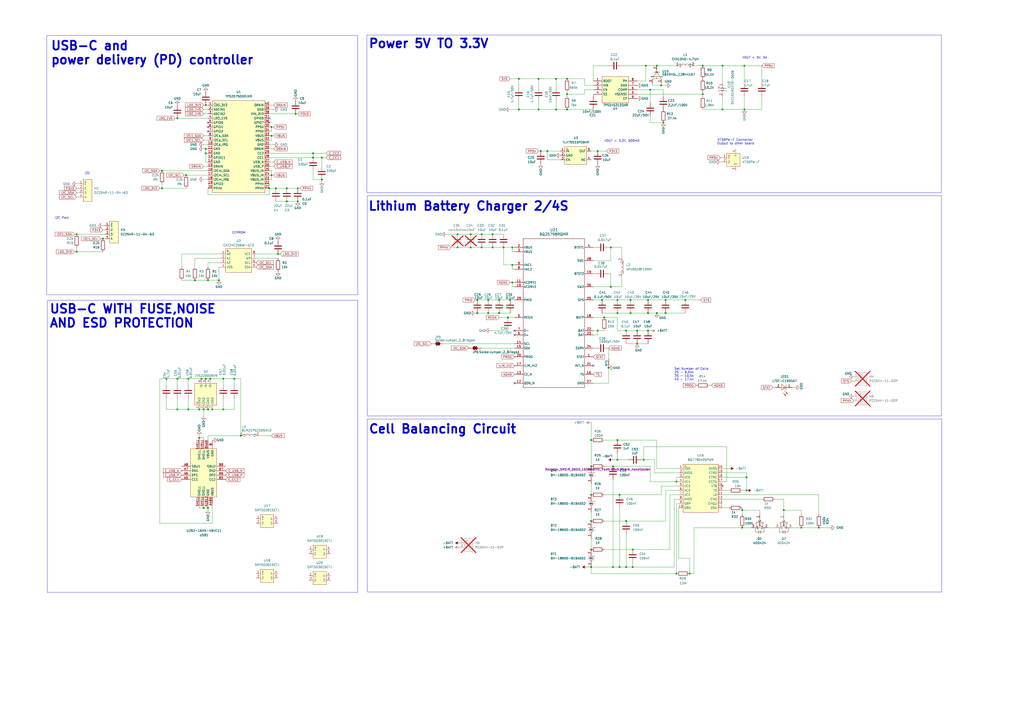
<source format=kicad_sch>
(kicad_sch (version 20231120) (generator "eeschema") (generator_version "8.0")
  (paper "A2")
  (junction (at 116.84 219.71))
  (junction (at 355.6 328.93))
  (junction (at 419.1 38.1))
  (junction (at 109.22 237.49))
  (junction (at 109.22 219.71))
  (junction (at 160.02 109.22))
  (junction (at 365.76 173.99))
  (junction (at 93.98 99.06))
  (junction (at 848.36 284.48))
  (junction (at 363.22 191.77))
  (junction (at 367.03 318.77))
  (junction (at 359.41 328.93))
  (junction (at 265.43 143.51))
  (junction (at 377.19 52.07))
  (junction (at 346.71 191.77))
  (junction (at 295.91 173.99))
  (junction (at 115.57 254))
  (junction (at 373.38 266.7))
  (junction (at 285.75 143.51))
  (junction (at 120.65 237.49))
  (junction (at 848.36 299.72))
  (junction (at 102.87 219.71))
  (junction (at 300.99 45.72))
  (junction (at 96.52 219.71))
  (junction (at 386.08 173.99))
  (junction (at 297.18 163.83))
  (junction (at 265.43 135.89))
  (junction (at 342.9 302.26))
  (junction (at 454.66 295.91))
  (junction (at 342.9 255.27))
  (junction (at 283.21 181.61))
  (junction (at 695.96 284.48))
  (junction (at 375.92 173.99))
  (junction (at 119.38 60.96))
  (junction (at 384.81 71.12))
  (junction (at 93.98 109.22))
  (junction (at 695.96 328.93))
  (junction (at 803.91 317.5))
  (junction (at 166.37 116.84))
  (junction (at 386.08 181.61))
  (junction (at 166.37 109.22))
  (junction (at 365.76 181.61))
  (junction (at 172.72 116.84))
  (junction (at 342.9 287.02))
  (junction (at 322.58 63.5))
  (junction (at 113.03 162.56))
  (junction (at 273.05 135.89))
  (junction (at 107.95 101.6))
  (junction (at 119.38 219.71))
  (junction (at 848.36 255.27))
  (junction (at 374.65 38.1))
  (junction (at 181.61 88.9))
  (junction (at 328.93 54.61))
  (junction (at 400.05 332.74))
  (junction (at 297.18 153.67))
  (junction (at 129.54 219.71))
  (junction (at 350.52 184.15))
  (junction (at 355.6 270.51))
  (junction (at 431.8 38.1))
  (junction (at 397.51 173.99))
  (junction (at 358.14 266.7))
  (junction (at 328.93 45.72))
  (junction (at 157.48 73.66))
  (junction (at 115.57 237.49))
  (junction (at 186.69 104.14))
  (junction (at 127 162.56))
  (junction (at 392.43 332.74))
  (junction (at 430.53 295.91))
  (junction (at 848.36 328.93))
  (junction (at 139.7 252.73))
  (junction (at 283.21 173.99))
  (junction (at 129.54 237.49))
  (junction (at 474.98 306.07))
  (junction (at 735.33 328.93))
  (junction (at 342.9 270.51))
  (junction (at 120.65 162.56))
  (junction (at 392.43 279.4))
  (junction (at 118.11 237.49))
  (junction (at 119.38 88.9))
  (junction (at 44.45 135.89))
  (junction (at 123.19 237.49))
  (junction (at 353.06 213.36))
  (junction (at 292.1 143.51))
  (junction (at 279.4 135.89))
  (junction (at 803.91 273.05))
  (junction (at 342.9 328.93))
  (junction (at 354.33 166.37))
  (junction (at 419.1 63.5))
  (junction (at 322.58 45.72))
  (junction (at 172.72 109.22))
  (junction (at 300.99 63.5))
  (junction (at 313.69 87.63))
  (junction (at 690.88 273.05))
  (junction (at 156.21 109.22))
  (junction (at 433.07 276.86))
  (junction (at 102.87 68.58))
  (junction (at 294.64 184.15))
  (junction (at 369.57 199.39))
  (junction (at 358.14 181.61))
  (junction (at 119.38 86.36))
  (junction (at 367.03 328.93))
  (junction (at 59.69 138.43))
  (junction (at 690.88 317.5))
  (junction (at 328.93 63.5))
  (junction (at 735.33 255.27))
  (junction (at 135.89 219.71))
  (junction (at 349.25 173.99))
  (junction (at 358.14 173.99))
  (junction (at 102.87 237.49))
  (junction (at 369.57 191.77))
  (junction (at 381 181.61))
  (junction (at 312.42 45.72))
  (junction (at 312.42 63.5))
  (junction (at 354.33 143.51))
  (junction (at 346.71 87.63))
  (junction (at 285.75 135.89))
  (junction (at 735.33 284.48))
  (junction (at 289.56 181.61))
  (junction (at 375.92 191.77))
  (junction (at 808.99 284.48))
  (junction (at 181.61 91.44))
  (junction (at 359.41 287.02))
  (junction (at 289.56 173.99))
  (junction (at 118.11 294.64))
  (junction (at 464.82 306.07))
  (junction (at 407.67 54.61))
  (junction (at 157.48 78.74))
  (junction (at 375.92 181.61))
  (junction (at 186.69 91.44))
  (junction (at 407.67 38.1))
  (junction (at 317.5 87.63))
  (junction (at 383.54 49.53))
  (junction (at 363.22 302.26))
  (junction (at 430.53 306.07))
  (junction (at 431.8 63.5))
  (junction (at 433.07 284.48))
  (junction (at 808.99 328.93))
  (junction (at 157.48 101.6))
  (junction (at 276.86 181.61))
  (junction (at 161.29 147.32))
  (junction (at 44.45 146.05))
  (junction (at 276.86 173.99))
  (junction (at 273.05 143.51))
  (junction (at 171.45 66.04))
  (junction (at 363.22 328.93))
  (junction (at 381 38.1))
  (junction (at 120.65 294.64))
  (junction (at 735.33 299.72))
  (junction (at 297.18 143.51))
  (junction (at 358.14 255.27))
  (junction (at 342.9 318.77))
  (junction (at 279.4 143.51))
  (junction (at 121.92 219.71))
  (no_connect (at 344.17 212.09))
  (no_connect (at 156.21 71.12))
  (no_connect (at 298.45 191.77))
  (no_connect (at 120.65 76.2))
  (no_connect (at 298.45 222.25))
  (no_connect (at 120.65 71.12))
  (no_connect (at 298.45 194.31))
  (no_connect (at 419.1 281.94))
  (no_connect (at 120.65 73.66))
  (no_connect (at 156.21 68.58))
  (wire (pts (xy 105.41 147.32) (xy 105.41 154.94)))
  (wire (pts (xy 106.68 101.6) (xy 107.95 101.6)))
  (wire (pts (xy 419.1 289.56) (xy 441.96 289.56)))
  (wire (pts (xy 156.21 76.2) (xy 157.48 76.2)))
  (wire (pts (xy 350.52 255.27) (xy 358.14 255.27)))
  (wire (pts (xy 808.99 284.48) (xy 848.36 284.48)))
  (wire (pts (xy 374.65 38.1) (xy 374.65 46.99)))
  (wire (pts (xy 735.33 255.27) (xy 750.57 255.27)))
  (wire (pts (xy 735.33 267.97) (xy 735.33 274.32)))
  (wire (pts (xy 123.19 237.49) (xy 129.54 237.49)))
  (wire (pts (xy 709.93 227.33) (xy 711.2 227.33)))
  (wire (pts (xy 283.21 173.99) (xy 276.86 173.99)))
  (wire (pts (xy 292.1 153.67) (xy 297.18 153.67)))
  (wire (pts (xy 430.53 295.91) (xy 430.53 298.45)))
  (wire (pts (xy 158.75 96.52) (xy 156.21 96.52)))
  (wire (pts (xy 419.1 57.15) (xy 419.1 63.5)))
  (wire (pts (xy 328.93 63.5) (xy 344.17 63.5)))
  (wire (pts (xy 284.48 191.77) (xy 294.64 191.77)))
  (wire (pts (xy 419.1 38.1) (xy 419.1 46.99)))
  (wire (pts (xy 292.1 143.51) (xy 297.18 143.51)))
  (wire (pts (xy 359.41 328.93) (xy 363.22 328.93)))
  (wire (pts (xy 259.08 135.89) (xy 265.43 135.89)))
  (wire (pts (xy 118.11 83.82) (xy 120.65 83.82)))
  (wire (pts (xy 431.8 55.88) (xy 431.8 63.5)))
  (wire (pts (xy 156.21 113.03) (xy 156.21 109.22)))
  (wire (pts (xy 92.71 99.06) (xy 93.98 99.06)))
  (wire (pts (xy 186.69 91.44) (xy 189.23 91.44)))
  (wire (pts (xy 392.43 276.86) (xy 392.43 279.4)))
  (wire (pts (xy 848.36 255.27) (xy 863.6 255.27)))
  (wire (pts (xy 375.92 173.99) (xy 386.08 173.99)))
  (wire (pts (xy 119.38 219.71) (xy 116.84 219.71)))
  (wire (pts (xy 139.7 219.71) (xy 139.7 252.73)))
  (wire (pts (xy 123.19 237.49) (xy 120.65 237.49)))
  (wire (pts (xy 181.61 91.44) (xy 186.69 91.44)))
  (wire (pts (xy 92.71 303.53) (xy 92.71 219.71)))
  (wire (pts (xy 351.79 87.63) (xy 346.71 87.63)))
  (wire (pts (xy 350.52 184.15) (xy 358.14 184.15)))
  (wire (pts (xy 422.91 284.48) (xy 419.1 284.48)))
  (wire (pts (xy 44.45 146.05) (xy 59.69 146.05)))
  (wire (pts (xy 723.9 279.4) (xy 730.25 279.4)))
  (wire (pts (xy 156.21 81.28) (xy 157.48 81.28)))
  (wire (pts (xy 358.14 255.27) (xy 381 255.27)))
  (wire (pts (xy 372.11 266.7) (xy 373.38 266.7)))
  (wire (pts (xy 158.75 60.96) (xy 156.21 60.96)))
  (wire (pts (xy 354.33 151.13) (xy 354.33 143.51)))
  (wire (pts (xy 353.06 143.51) (xy 354.33 143.51)))
  (wire (pts (xy 265.43 143.51) (xy 273.05 143.51)))
  (wire (pts (xy 119.38 60.96) (xy 120.65 60.96)))
  (wire (pts (xy 803.91 284.48) (xy 808.99 284.48)))
  (wire (pts (xy 344.17 184.15) (xy 350.52 184.15)))
  (wire (pts (xy 135.89 219.71) (xy 139.7 219.71)))
  (wire (pts (xy 118.11 60.96) (xy 119.38 60.96)))
  (wire (pts (xy 393.7 289.56) (xy 391.16 289.56)))
  (wire (pts (xy 354.33 166.37) (xy 360.68 166.37)))
  (wire (pts (xy 735.33 312.42) (xy 735.33 318.77)))
  (wire (pts (xy 295.91 173.99) (xy 289.56 173.99)))
  (wire (pts (xy 363.22 302.26) (xy 386.08 302.26)))
  (wire (pts (xy 135.89 223.52) (xy 135.89 219.71)))
  (wire (pts (xy 354.33 158.75) (xy 354.33 166.37)))
  (wire (pts (xy 419.1 287.02) (xy 474.98 287.02)))
  (wire (pts (xy 186.69 91.44) (xy 186.69 96.52)))
  (wire (pts (xy 58.42 138.43) (xy 59.69 138.43)))
  (wire (pts (xy 441.96 55.88) (xy 441.96 63.5)))
  (wire (pts (xy 375.92 181.61) (xy 381 181.61)))
  (wire (pts (xy 690.88 284.48) (xy 695.96 284.48)))
  (wire (pts (xy 322.58 45.72) (xy 328.93 45.72)))
  (wire (pts (xy 377.19 52.07) (xy 384.81 52.07)))
  (wire (pts (xy 360.68 38.1) (xy 374.65 38.1)))
  (wire (pts (xy 379.73 274.32) (xy 393.7 274.32)))
  (wire (pts (xy 43.18 135.89) (xy 44.45 135.89)))
  (wire (pts (xy 115.57 294.64) (xy 115.57 293.37)))
  (wire (pts (xy 374.65 38.1) (xy 381 38.1)))
  (wire (pts (xy 118.11 96.52) (xy 120.65 96.52)))
  (wire (pts (xy 118.11 254) (xy 118.11 255.27)))
  (wire (pts (xy 44.45 114.3) (xy 45.72 114.3)))
  (wire (pts (xy 171.45 66.04) (xy 172.72 66.04)))
  (wire (pts (xy 120.65 86.36) (xy 119.38 86.36)))
  (wire (pts (xy 120.65 294.64) (xy 120.65 295.91)))
  (wire (pts (xy 44.45 111.76) (xy 45.72 111.76)))
  (wire (pts (xy 393.7 276.86) (xy 392.43 276.86)))
  (wire (pts (xy 157.48 73.66) (xy 158.75 73.66)))
  (wire (pts (xy 120.65 109.22) (xy 120.65 113.03)))
  (wire (pts (xy 367.03 318.77) (xy 388.62 318.77)))
  (wire (pts (xy 294.64 184.15) (xy 298.45 184.15)))
  (wire (pts (xy 161.29 147.32) (xy 148.59 147.32)))
  (wire (pts (xy 181.61 88.9) (xy 181.61 91.44)))
  (wire (pts (xy 836.93 312.42) (xy 836.93 323.85)))
  (wire (pts (xy 181.61 104.14) (xy 186.69 104.14)))
  (wire (pts (xy 157.48 104.14) (xy 156.21 104.14)))
  (wire (pts (xy 358.14 173.99) (xy 365.76 173.99)))
  (wire (pts (xy 373.38 259.08) (xy 373.38 266.7)))
  (wire (pts (xy 339.09 45.72) (xy 328.93 45.72)))
  (wire (pts (xy 353.06 222.25) (xy 353.06 213.36)))
  (wire (pts (xy 102.87 68.58) (xy 120.65 68.58)))
  (wire (pts (xy 803.91 255.27) (xy 848.36 255.27)))
  (wire (pts (xy 96.52 237.49) (xy 102.87 237.49)))
  (wire (pts (xy 695.96 284.48) (xy 735.33 284.48)))
  (wire (pts (xy 358.14 266.7) (xy 358.14 262.89)))
  (wire (pts (xy 92.71 219.71) (xy 96.52 219.71)))
  (wire (pts (xy 283.21 181.61) (xy 276.86 181.61)))
  (wire (pts (xy 322.58 58.42) (xy 322.58 63.5)))
  (wire (pts (xy 181.61 99.06) (xy 181.61 104.14)))
  (wire (pts (xy 388.62 318.77) (xy 388.62 287.02)))
  (wire (pts (xy 750.57 320.04) (xy 750.57 328.93)))
  (wire (pts (xy 750.57 255.27) (xy 750.57 265.43)))
  (wire (pts (xy 690.88 276.86) (xy 690.88 273.05)))
  (wire (pts (xy 297.18 163.83) (xy 298.45 163.83)))
  (wire (pts (xy 393.7 294.64) (xy 393.7 323.85)))
  (wire (pts (xy 157.48 73.66) (xy 156.21 73.66)))
  (wire (pts (xy 355.6 328.93) (xy 359.41 328.93)))
  (wire (pts (xy 367.03 326.39) (xy 367.03 328.93)))
  (wire (pts (xy 312.42 45.72) (xy 322.58 45.72)))
  (wire (pts (xy 400.05 323.85) (xy 400.05 332.74)))
  (wire (pts (xy 386.08 173.99) (xy 397.51 173.99)))
  (wire (pts (xy 322.58 45.72) (xy 322.58 50.8)))
  (wire (pts (xy 381 271.78) (xy 393.7 271.78)))
  (wire (pts (xy 431.8 63.5) (xy 441.96 63.5)))
  (wire (pts (xy 317.5 92.71) (xy 317.5 87.63)))
  (wire (pts (xy 448.31 224.79) (xy 449.58 224.79)))
  (wire (pts (xy 430.53 306.07) (xy 402.59 306.07)))
  (wire (pts (xy 160.02 116.84) (xy 166.37 116.84)))
  (wire (pts (xy 863.6 299.72) (xy 863.6 309.88)))
  (wire (pts (xy 129.54 231.14) (xy 129.54 237.49)))
  (wire (pts (xy 156.21 106.68) (xy 156.21 109.22)))
  (wire (pts (xy 690.88 299.72) (xy 735.33 299.72)))
  (wire (pts (xy 369.57 191.77) (xy 375.92 191.77)))
  (wire (pts (xy 350.52 270.51) (xy 355.6 270.51)))
  (wire (pts (xy 383.54 49.53) (xy 383.54 48.26)))
  (wire (pts (xy 317.5 87.63) (xy 325.12 87.63)))
  (wire (pts (xy 128.27 154.94) (xy 127 154.94)))
  (wire (pts (xy 695.96 278.13) (xy 695.96 284.48)))
  (wire (pts (xy 44.45 143.51) (xy 44.45 146.05)))
  (wire (pts (xy 102.87 237.49) (xy 109.22 237.49)))
  (wire (pts (xy 344.17 52.07) (xy 339.09 52.07)))
  (wire (pts (xy 342.9 255.27) (xy 342.9 270.51)))
  (wire (pts (xy 735.33 284.48) (xy 750.57 284.48)))
  (wire (pts (xy 349.25 173.99) (xy 358.14 173.99)))
  (wire (pts (xy 109.22 219.71) (xy 109.22 223.52)))
  (wire (pts (xy 431.8 38.1) (xy 431.8 48.26)))
  (wire (pts (xy 808.99 322.58) (xy 808.99 328.93)))
  (wire (pts (xy 417.83 93.98) (xy 419.1 93.98)))
  (wire (pts (xy 407.67 63.5) (xy 419.1 63.5)))
  (wire (pts (xy 186.69 105.41) (xy 186.69 104.14)))
  (wire (pts (xy 690.88 273.05) (xy 695.96 273.05)))
  (wire (pts (xy 120.65 252.73) (xy 139.7 252.73)))
  (wire (pts (xy 93.98 109.22) (xy 107.95 109.22)))
  (wire (pts (xy 339.09 54.61) (xy 328.93 54.61)))
  (wire (pts (xy 494.03 220.98) (xy 495.3 220.98)))
  (wire (pts (xy 360.68 166.37) (xy 360.68 160.02)))
  (wire (pts (xy 157.48 78.74) (xy 156.21 78.74)))
  (wire (pts (xy 363.22 199.39) (xy 369.57 199.39)))
  (wire (pts (xy 848.36 260.35) (xy 848.36 255.27)))
  (wire (pts (xy 803.91 314.96) (xy 803.91 317.5)))
  (wire (pts (xy 162.56 147.32) (xy 161.29 147.32)))
  (wire (pts (xy 834.39 267.97) (xy 836.93 267.97)))
  (wire (pts (xy 381 38.1) (xy 392.43 38.1)))
  (wire (pts (xy 158.75 83.82) (xy 156.21 83.82)))
  (wire (pts (xy 803.91 273.05) (xy 808.99 273.05)))
  (wire (pts (xy 695.96 285.75) (xy 695.96 284.48)))
  (wire (pts (xy 433.07 284.48) (xy 430.53 284.48)))
  (wire (pts (xy 346.71 191.77) (xy 350.52 191.77)))
  (wire (pts (xy 367.03 328.93) (xy 391.16 328.93)))
  (wire (pts (xy 459.74 306.07) (xy 464.82 306.07)))
  (wire (pts (xy 300.99 58.42) (xy 300.99 63.5)))
  (wire (pts (xy 363.22 191.77) (xy 369.57 191.77)))
  (wire (pts (xy 325.12 92.71) (xy 317.5 92.71)))
  (wire (pts (xy 863.6 255.27) (xy 863.6 265.43)))
  (wire (pts (xy 419.1 38.1) (xy 431.8 38.1)))
  (wire (pts (xy 157.48 101.6) (xy 158.75 101.6)))
  (wire (pts (xy 449.58 289.56) (xy 454.66 289.56)))
  (wire (pts (xy 297.18 143.51) (xy 298.45 143.51)))
  (wire (pts (xy 863.6 320.04) (xy 863.6 328.93)))
  (wire (pts (xy 265.43 135.89) (xy 273.05 135.89)))
  (wire (pts (xy 156.21 99.06) (xy 157.48 99.06)))
  (wire (pts (xy 59.69 130.81) (xy 60.96 130.81)))
  (wire (pts (xy 123.19 303.53) (xy 123.19 293.37)))
  (wire (pts (xy 129.54 223.52) (xy 129.54 219.71)))
  (wire (pts (xy 279.4 201.93) (xy 298.45 201.93)))
  (wire (pts (xy 128.27 147.32) (xy 105.41 147.32)))
  (wire (pts (xy 419.1 276.86) (xy 433.07 276.86)))
  (wire (pts (xy 355.6 270.51) (xy 377.19 270.51)))
  (wire (pts (xy 289.56 181.61) (xy 283.21 181.61)))
  (wire (pts (xy 123.19 303.53) (xy 92.71 303.53)))
  (wire (pts (xy 377.19 71.12) (xy 384.81 71.12)))
  (wire (pts (xy 322.58 63.5) (xy 328.93 63.5)))
  (wire (pts (xy 419.1 294.64) (xy 422.91 294.64)))
  (wire (pts (xy 344.17 49.53) (xy 339.09 49.53)))
  (wire (pts (xy 92.71 109.22) (xy 93.98 109.22)))
  (wire (pts (xy 836.93 279.4) (xy 843.28 279.4)))
  (wire (pts (xy 120.65 152.4) (xy 128.27 152.4)))
  (wire (pts (xy 119.38 86.36) (xy 119.38 88.9)))
  (wire (pts (xy 300.99 45.72) (xy 312.42 45.72)))
  (wire (pts (xy 172.72 109.22) (xy 173.99 109.22)))
  (wire (pts (xy 43.18 146.05) (xy 44.45 146.05)))
  (wire (pts (xy 345.44 143.51) (xy 344.17 143.51)))
  (wire (pts (xy 44.45 135.89) (xy 60.96 135.89)))
  (wire (pts (xy 383.54 287.02) (xy 383.54 281.94)))
  (wire (pts (xy 344.17 46.99) (xy 344.17 38.1)))
  (wire (pts (xy 848.36 284.48) (xy 863.6 284.48)))
  (wire (pts (xy 750.57 299.72) (xy 750.57 309.88)))
  (wire (pts (xy 373.38 259.08) (xy 421.64 259.08)))
  (wire (pts (xy 848.36 304.8) (xy 848.36 299.72)))
  (wire (pts (xy 848.36 267.97) (xy 848.36 274.32)))
  (wire (pts (xy 118.11 104.14) (xy 120.65 104.14)))
  (wire (pts (xy 690.88 317.5) (xy 695.96 317.5)))
  (wire (pts (xy 118.11 86.36) (xy 119.38 86.36)))
  (wire (pts (xy 350.52 287.02) (xy 359.41 287.02)))
  (wire (pts (xy 346.71 87.63) (xy 342.9 87.63)))
  (wire (pts (xy 378.46 48.26) (xy 378.46 49.53)))
  (wire (pts (xy 379.73 266.7) (xy 379.73 274.32)))
  (wire (pts (xy 393.7 323.85) (xy 400.05 323.85)))
  (wire (pts (xy 365.76 181.61) (xy 375.92 181.61)))
  (wire (pts (xy 440.69 295.91) (xy 440.69 298.45)))
  (wire (pts (xy 285.75 135.89) (xy 292.1 135.89)))
  (wire (pts (xy 735.33 328.93) (xy 750.57 328.93)))
  (wire (pts (xy 113.03 149.86) (xy 128.27 149.86)))
  (wire (pts (xy 273.05 143.51) (xy 279.4 143.51)))
  (wire (pts (xy 695.96 328.93) (xy 735.33 328.93)))
  (wire (pts (xy 808.99 331.47) (xy 808.99 328.93)))
  (wire (pts (xy 358.14 191.77) (xy 363.22 191.77)))
  (wire (pts (xy 690.88 255.27) (xy 735.33 255.27)))
  (wire (pts (xy 109.22 231.14) (xy 109.22 237.49)))
  (wire (pts (xy 342.9 312.42) (xy 342.9 318.77)))
  (wire (pts (xy 129.54 237.49) (xy 135.89 237.49)))
  (wire (pts (xy 723.9 267.97) (xy 723.9 279.4)))
  (wire (pts (xy 344.17 158.75) (xy 345.44 158.75)))
  (wire (pts (xy 386.08 302.26) (xy 386.08 284.48)))
  (wire (pts (xy 289.56 184.15) (xy 294.64 184.15)))
  (wire (pts (xy 297.18 153.67) (xy 297.18 156.21)))
  (wire (pts (xy 59.69 138.43) (xy 60.96 138.43)))
  (wire (pts (xy 157.48 252.73) (xy 149.86 252.73)))
  (wire (pts (xy 709.93 224.79) (xy 711.2 224.79)))
  (wire (pts (xy 121.92 219.71) (xy 119.38 219.71)))
  (wire (pts (xy 690.88 314.96) (xy 690.88 317.5)))
  (wire (pts (xy 709.93 222.25) (xy 711.2 222.25)))
  (wire (pts (xy 419.1 274.32) (xy 433.07 274.32)))
  (wire (pts (xy 328.93 53.34) (xy 328.93 54.61)))
  (wire (pts (xy 298.45 166.37) (xy 297.18 166.37)))
  (wire (pts (xy 96.52 223.52) (xy 96.52 219.71)))
  (wire (pts (xy 120.65 294.64) (xy 118.11 294.64)))
  (wire (pts (xy 386.08 284.48) (xy 393.7 284.48)))
  (wire (pts (xy 115.57 254) (xy 118.11 254)))
  (wire (pts (xy 803.91 317.5) (xy 808.99 317.5)))
  (wire (pts (xy 340.36 328.93) (xy 342.9 328.93)))
  (wire (pts (xy 430.53 294.64) (xy 430.53 295.91)))
  (wire (pts (xy 421.64 279.4) (xy 421.64 259.08)))
  (wire (pts (xy 349.25 181.61) (xy 358.14 181.61)))
  (wire (pts (xy 342.9 328.93) (xy 355.6 328.93)))
  (wire (pts (xy 148.59 149.86) (xy 161.29 149.86)))
  (wire (pts (xy 107.95 101.6) (xy 120.65 101.6)))
  (wire (pts (xy 363.22 309.88) (xy 363.22 328.93)))
  (wire (pts (xy 297.18 156.21) (xy 298.45 156.21)))
  (wire (pts (xy 430.53 306.07) (xy 435.61 306.07)))
  (wire (pts (xy 276.86 173.99) (xy 275.59 173.99)))
  (wire (pts (xy 803.91 299.72) (xy 848.36 299.72)))
  (wire (pts (xy 808.99 278.13) (xy 808.99 284.48)))
  (wire (pts (xy 160.02 109.22) (xy 166.37 109.22)))
  (wire (pts (xy 166.37 116.84) (xy 172.72 116.84)))
  (wire (pts (xy 391.16 289.56) (xy 391.16 328.93)))
  (wire (pts (xy 102.87 219.71) (xy 102.87 223.52)))
  (wire (pts (xy 96.52 219.71) (xy 102.87 219.71)))
  (wire (pts (xy 848.36 312.42) (xy 848.36 318.77)))
  (wire (pts (xy 279.4 143.51) (xy 285.75 143.51)))
  (wire (pts (xy 834.39 312.42) (xy 836.93 312.42)))
  (wire (pts (xy 364.49 266.7) (xy 358.14 266.7)))
  (wire (pts (xy 166.37 109.22) (xy 172.72 109.22)))
  (wire (pts (xy 750.57 275.59) (xy 750.57 284.48)))
  (wire (pts (xy 59.69 133.35) (xy 60.96 133.35)))
  (wire (pts (xy 369.57 52.07) (xy 377.19 52.07)))
  (wire (pts (xy 397.51 181.61) (xy 386.08 181.61)))
  (wire (pts (xy 365.76 173.99) (xy 375.92 173.99)))
  (wire (pts (xy 289.56 173.99) (xy 283.21 173.99)))
  (wire (pts (xy 735.33 304.8) (xy 735.33 299.72)))
  (wire (pts (xy 121.92 219.71) (xy 129.54 219.71)))
  (wire (pts (xy 454.66 295.91) (xy 454.66 298.45)))
  (wire (pts (xy 735.33 299.72) (xy 750.57 299.72)))
  (wire (pts (xy 441.96 38.1) (xy 441.96 48.26)))
  (wire (pts (xy 273.05 135.89) (xy 279.4 135.89)))
  (wire (pts (xy 127 154.94) (xy 127 162.56)))
  (wire (pts (xy 93.98 99.06) (xy 120.65 99.06)))
  (wire (pts (xy 295.91 163.83) (xy 297.18 163.83)))
  (wire (pts (xy 392.43 279.4) (xy 393.7 279.4)))
  (wire (pts (xy 119.38 93.98) (xy 120.65 93.98)))
  (wire (pts (xy 464.82 306.07) (xy 474.98 306.07)))
  (wire (pts (xy 474.98 287.02) (xy 474.98 298.45)))
  (wire (pts (xy 355.6 278.13) (xy 355.6 328.93)))
  (wire (pts (xy 464.82 298.45) (xy 464.82 295.91)))
  (wire (pts (xy 363.22 328.93) (xy 367.03 328.93)))
  (wire (pts (xy 118.11 241.3) (xy 118.11 237.49)))
  (wire (pts (xy 313.69 87.63) (xy 317.5 87.63)))
  (wire (pts (xy 863.6 275.59) (xy 863.6 284.48)))
  (wire (pts (xy 803.91 321.31) (xy 803.91 317.5)))
  (wire (pts (xy 342.9 280.67) (xy 342.9 287.02)))
  (wire (pts (xy 115.57 252.73) (xy 115.57 254)))
  (wire (pts (xy 464.82 295.91) (xy 454.66 295.91)))
  (wire (pts (xy 440.69 295.91) (xy 430.53 295.91)))
  (wire (pts (xy 157.48 99.06) (xy 157.48 101.6)))
  (wire (pts (xy 158.75 93.98) (xy 156.21 93.98)))
  (wire (pts (xy 386.08 49.53) (xy 383.54 49.53)))
  (wire (pts (xy 358.14 181.61) (xy 365.76 181.61)))
  (wire (pts (xy 360.68 143.51) (xy 360.68 149.86)))
  (wire (pts (xy 392.43 332.74) (xy 342.9 332.74)))
  (wire (pts (xy 157.48 78.74) (xy 158.75 78.74)))
  (wire (pts (xy 388.62 287.02) (xy 393.7 287.02)))
  (wire (pts (xy 358.14 191.77) (xy 358.14 184.15)))
  (wire (pts (xy 377.19 279.4) (xy 392.43 279.4)))
  (wire (pts (xy 261.62 143.51) (xy 265.43 143.51)))
  (wire (pts (xy 353.06 158.75) (xy 354.33 158.75)))
  (wire (pts (xy 803.91 328.93) (xy 808.99 328.93)))
  (wire (pts (xy 808.99 287.02) (xy 808.99 284.48)))
  (wire (pts (xy 375.92 191.77) (xy 377.19 191.77)))
  (wire (pts (xy 386.08 181.61) (xy 381 181.61)))
  (wire (pts (xy 109.22 219.71) (xy 116.84 219.71)))
  (wire (pts (xy 120.65 293.37) (xy 120.65 294.64)))
  (wire (pts (xy 297.18 153.67) (xy 298.45 153.67)))
  (wire (pts (xy 297.18 166.37) (xy 297.18 163.83)))
  (wire (pts (xy 392.43 292.1) (xy 393.7 292.1)))
  (wire (pts (xy 353.06 208.28) (xy 353.06 201.93)))
  (wire (pts (xy 109.22 237.49) (xy 115.57 237.49)))
  (wire (pts (xy 392.43 332.74) (xy 392.43 292.1)))
  (wire (pts (xy 377.19 52.07) (xy 377.19 59.69)))
  (wire (pts (xy 156.21 88.9) (xy 181.61 88.9)))
  (wire (pts (xy 407.67 54.61) (xy 407.67 55.88)))
  (wire (pts (xy 344.17 151.13) (xy 354.33 151.13)))
  (wire (pts (xy 445.77 306.07) (xy 449.58 306.07)))
  (wire (pts (xy 848.36 299.72) (xy 863.6 299.72)))
  (wire (pts (xy 350.52 318.77) (xy 367.03 318.77)))
  (wire (pts (xy 377.19 67.31) (xy 377.19 71.12)))
  (wire (pts (xy 431.8 38.1) (xy 441.96 38.1)))
  (wire (pts (xy 402.59 332.74) (xy 400.05 332.74)))
  (wire (pts (xy 113.03 154.94) (xy 113.03 149.86)))
  (wire (pts (xy 695.96 331.47) (xy 695.96 328.93)))
  (wire (pts (xy 297.18 146.05) (xy 298.45 146.05)))
  (wire (pts (xy 118.11 78.74) (xy 120.65 78.74)))
  (wire (pts (xy 690.88 321.31) (xy 690.88 317.5)))
  (wire (pts (xy 156.21 91.44) (xy 181.61 91.44)))
  (wire (pts (xy 157.48 81.28) (xy 157.48 78.74)))
  (wire (pts (xy 158.75 63.5) (xy 156.21 63.5)))
  (wire (pts (xy 433.07 274.32) (xy 433.07 276.86)))
  (wire (pts (xy 285.75 143.51) (xy 292.1 143.51)))
  (wire (pts (xy 120.65 255.27) (xy 120.65 252.73)))
  (wire (pts (xy 836.93 323.85) (xy 843.28 323.85)))
  (wire (pts (xy 417.83 91.44) (xy 419.1 91.44)))
  (wire (pts (xy 119.38 88.9) (xy 120.65 88.9)))
  (wire (pts (xy 803.91 270.51) (xy 803.91 273.05)))
  (wire (pts (xy 344.17 166.37) (xy 354.33 166.37)))
  (wire (pts (xy 735.33 255.27) (xy 735.33 260.35)))
  (wire (pts (xy 300.99 50.8) (xy 300.99 45.72)))
  (wire (pts (xy 157.48 101.6) (xy 157.48 104.14)))
  (wire (pts (xy 157.48 76.2) (xy 157.48 73.66)))
  (wire (pts (xy 346.71 191.77) (xy 346.71 194.31)))
  (wire (pts (xy 102.87 231.14) (xy 102.87 237.49)))
  (wire (pts (xy 312.42 45.72) (xy 312.42 50.8)))
  (wire (pts (xy 407.67 38.1) (xy 419.1 38.1)))
  (wire (pts (xy 339.09 49.53) (xy 339.09 45.72)))
  (wire (pts (xy 156.21 66.04) (xy 171.45 66.04)))
  (wire (pts (xy 422.91 271.78) (xy 419.1 271.78)))
  (wire (pts (xy 695.96 322.58) (xy 695.96 328.93)))
  (wire (pts (xy 96.52 231.14) (xy 96.52 237.49)))
  (wire (pts (xy 397.51 173.99) (xy 406.4 173.99)))
  (wire (pts (xy 474.98 306.07) (xy 481.33 306.07)))
  (wire (pts (xy 690.88 328.93) (xy 695.96 328.93)))
  (wire (pts (xy 295.91 181.61) (xy 289.56 181.61)))
  (wire (pts (xy 454.66 289.56) (xy 454.66 295.91)))
  (wire (pts (xy 101.6 68.58) (xy 102.87 68.58)))
  (wire (pts (xy 120.65 113.03) (xy 156.21 113.03)))
  (wire (pts (xy 295.91 173.99) (xy 298.45 173.99)))
  (wire (pts (xy 690.88 270.51) (xy 690.88 273.05)))
  (wire (pts (xy 723.9 312.42) (xy 723.9 323.85)))
  (wire (pts (xy 295.91 45.72) (xy 300.99 45.72)))
  (wire (pts (xy 120.65 237.49) (xy 118.11 237.49)))
  (wire (pts (xy 384.81 52.07) (xy 384.81 55.88)))
  (wire (pts (xy 407.67 53.34) (xy 407.67 54.61)))
  (wire (pts (xy 723.9 323.85) (xy 730.25 323.85)))
  (wire (pts (xy 44.45 106.68) (xy 45.72 106.68)))
  (wire (pts (xy 297.18 143.51) (xy 297.18 146.05)))
  (wire (pts (xy 369.57 199.39) (xy 375.92 199.39)))
  (wire (pts (xy 377.19 270.51) (xy 377.19 279.4)))
  (wire (pts (xy 345.44 201.93) (xy 344.17 201.93)))
  (wire (pts (xy 344.17 191.77) (xy 346.71 191.77)))
  (wire (pts (xy 312.42 58.42) (xy 312.42 63.5)))
  (wire (pts (xy 419.1 63.5) (xy 431.8 63.5)))
  (wire (pts (xy 118.11 81.28) (xy 120.65 81.28)))
  (wire (pts (xy 359.41 294.64) (xy 359.41 328.93)))
  (wire (pts (xy 419.1 279.4) (xy 421.64 279.4)))
  (wire (pts (xy 292.1 153.67) (xy 292.1 143.51)))
  (wire (pts (xy 328.93 54.61) (xy 328.93 55.88)))
  (wire (pts (xy 44.45 109.22) (xy 45.72 109.22)))
  (wire (pts (xy 721.36 267.97) (xy 723.9 267.97)))
  (wire (pts (xy 402.59 306.07) (xy 402.59 332.74)))
  (wire (pts (xy 359.41 287.02) (xy 383.54 287.02)))
  (wire (pts (xy 344.17 173.99) (xy 349.25 173.99)))
  (wire (pts (xy 346.71 194.31) (xy 344.17 194.31)))
  (wire (pts (xy 129.54 219.71) (xy 135.89 219.71)))
  (wire (pts (xy 803.91 276.86) (xy 803.91 273.05)))
  (wire (pts (xy 354.33 143.51) (xy 360.68 143.51)))
  (wire (pts (xy 279.4 135.89) (xy 285.75 135.89)))
  (wire (pts (xy 120.65 154.94) (xy 120.65 152.4)))
  (wire (pts (xy 412.75 223.52) (xy 411.48 223.52)))
  (wire (pts (xy 369.57 54.61) (xy 407.67 54.61)))
  (wire (pts (xy 119.38 88.9) (xy 119.38 93.98)))
  (wire (pts (xy 115.57 237.49) (xy 118.11 237.49)))
  (wire (pts (xy 433.07 276.86) (xy 433.07 284.48)))
  (wire (pts (xy 105.41 162.56) (xy 113.03 162.56)))
  (wire (pts (xy 93.98 106.68) (xy 93.98 109.22)))
  (wire (pts (xy 295.91 63.5) (xy 300.99 63.5)))
  (wire (pts (xy 344.17 38.1) (xy 353.06 38.1)))
  (wire (pts (xy 378.46 49.53) (xy 383.54 49.53)))
  (wire (pts (xy 300.99 63.5) (xy 312.42 63.5)))
  (wire (pts (xy 156.21 101.6) (xy 157.48 101.6)))
  (wire (pts (xy 381 255.27) (xy 381 271.78)))
  (wire (pts (xy 342.9 297.18) (xy 342.9 302.26)))
  (wire (pts (xy 339.09 52.07) (xy 339.09 54.61)))
  (wire (pts (xy 118.11 63.5) (xy 120.65 63.5)))
  (wire (pts (xy 369.57 46.99) (xy 374.65 46.99)))
  (wire (pts (xy 158.75 86.36) (xy 156.21 86.36)))
  (wire (pts (xy 276.86 181.61) (xy 275.59 181.61)))
  (wire (pts (xy 709.93 229.87) (xy 711.2 229.87)))
  (wire (pts (xy 808.99 328.93) (xy 848.36 328.93)))
  (wire (pts (xy 848.36 328.93) (xy 863.6 328.93)))
  (wire (pts (xy 257.81 199.39) (xy 298.45 199.39)))
  (wire (pts (xy 721.36 312.42) (xy 723.9 312.42)))
  (wire (pts (xy 181.61 88.9) (xy 189.23 88.9)))
  (wire (pts (xy 461.01 224.79) (xy 459.74 224.79)))
  (wire (pts (xy 102.87 219.71) (xy 109.22 219.71)))
  (wire (pts (xy 115.57 255.27) (xy 115.57 254)))
  (wire (pts (xy 344.17 55.88) (xy 344.17 54.61)))
  (wire (pts (xy 402.59 38.1) (xy 407.67 38.1)))
  (wire (pts (xy 118.11 294.64) (xy 115.57 294.64)))
  (wire (pts (xy 312.42 63.5) (xy 322.58 63.5)))
  (wire (pts (xy 373.38 266.7) (xy 379.73 266.7)))
  (wire (pts (xy 342.9 328.93) (xy 342.9 332.74)))
  (wire (pts (xy 113.03 162.56) (xy 120.65 162.56)))
  (wire (pts (xy 344.17 222.25) (xy 353.06 222.25)))
  (wire (pts (xy 312.42 87.63) (xy 313.69 87.63)))
  (wire (pts (xy 383.54 281.94) (xy 393.7 281.94)))
  (wire (pts (xy 156.21 109.22) (xy 160.02 109.22)))
  (wire (pts (xy 120.65 162.56) (xy 127 162.56)))
  (wire (pts (xy 118.11 66.04) (xy 120.65 66.04)))
  (wire (pts (xy 358.14 266.7) (xy 355.6 266.7)))
  (wire (pts (xy 118.11 294.64) (xy 118.11 293.37)))
  (wire (pts (xy 342.9 245.11) (xy 342.9 255.27)))
  (wire (pts (xy 836.93 267.97) (xy 836.93 279.4)))
  (wire (pts (xy 350.52 302.26) (xy 363.22 302.26)))
  (wire (pts (xy 135.89 231.14) (xy 135.89 237.49)))
  (rectangle (start 213.106 243.078) (end 546.354 343.408))
  (rectangle (start 27.432 174.244) (end 207.518 343.662))
  (rectangle (start 27.178 20.574) (end 207.518 170.942))
  (rectangle (start 213.106 113.538) (end 546.1 241.3))
  (rectangle (start 656.59 172.72) (end 889 356.87))
  (rectangle (start 212.852 20.32) (end 546.1 111.76))
  (text "Cell Balancing Circuit" (at 213.614 251.968 0) (effects (font (size 5.08 5.08) (thickness 1.016) (bold yes)) (justify left bottom)))
  (text "Lithium Battery Charger 2/4S" (at 213.36 122.682 0) (effects (font (size 5.08 5.08) (thickness 1.016) (bold yes)) (justify left bottom)))
  (text "VOUT = 3.3V, 500mA\n" (at 350.52 82.55 0) (effects (font (size 1.27 1.27)) (justify left bottom)))
  (text "XT30PW-F Connector\nOutput to other board" (at 416.052 84.074 0) (effects (font (size 1.27 1.27)) (justify left bottom)))
  (text "Not on board" (at 688.34 182.372 0) (effects (font (size 5.08 5.08) (thickness 1.016) (bold yes))))
  (text "USB-C WITH FUSE,NOISE\nAND ESD PROTECTION" (at 28.448 190.5 0) (effects (font (size 5.08 5.08) (thickness 1.016) (bold yes)) (justify left bottom)))
  (text "I2C for Internat Debug" (at 705.612 216.408 0) (effects (font (size 1.27 1.27)) (justify left bottom)))
  (text "I2C" (at 49.022 101.346 0) (effects (font (size 1.27 1.27)) (justify left bottom)))
  (text "Power 5V TO 3.3V" (at 248.666 25.4 0) (effects (font (size 5.08 5.08) (thickness 1.016) (bold yes))))
  (text "I2C Port" (at 31.75 127.254 0) (effects (font (size 1.27 1.27)) (justify left bottom)))
  (text "USB-C and \npower delivery (PD) controller" (at 29.21 37.846 0) (effects (font (size 5.08 5.08) (thickness 1.016) (bold yes)) (justify left bottom)))
  (text "EEPROM" (at 134.62 135.89 0) (effects (font (size 1.27 1.27)) (justify left bottom)))
  (text "Set Number of Cells\n2S - 6.04k\n3S - 10.5k\n4S - 17.4k" (at 391.16 220.98 0) (effects (font (size 1.27 1.27)) (justify left bottom)))
  (text "VOUT = 5V, 5A\n" (at 430.53 34.29 0) (effects (font (size 1.27 1.27)) (justify left bottom)))
  (global_label "P3V3" (shape input) (at 59.69 133.35 180) (property "Intersheetrefs" "${INTERSHEET_REFS}" (effects (hide yes))))
  (global_label "I2C1_SDA" (shape input) (at 709.93 227.33 180) (property "Intersheetrefs" "${INTERSHEET_REFS}" (effects (hide yes))))
  (global_label "PPHV" (shape input) (at 261.62 143.51 180) (property "Intersheetrefs" "${INTERSHEET_REFS}" (effects (hide yes))))
  (global_label "PP5V" (shape input) (at 158.75 73.66 0) (property "Intersheetrefs" "${INTERSHEET_REFS}" (effects (hide yes))))
  (global_label "I2C1_SCL" (shape input) (at 118.11 81.28 180) (property "Intersheetrefs" "${INTERSHEET_REFS}" (effects (hide yes))))
  (global_label "I2C_SDA" (shape input) (at 271.78 201.93 180) (property "Intersheetrefs" "${INTERSHEET_REFS}" (effects (hide yes))))
  (global_label "BATT3 OUT+" (shape input) (at 690.88 299.72 180) (property "Intersheetrefs" "${INTERSHEET_REFS}" (effects (hide yes))))
  (global_label "BATT1 OUT+" (shape input) (at 808.99 287.02 0) (property "Intersheetrefs" "${INTERSHEET_REFS}" (effects (hide yes))))
  (global_label "STAT" (shape input) (at 448.31 224.79 180) (property "Intersheetrefs" "${INTERSHEET_REFS}" (effects (hide yes))))
  (global_label "I2C1_SCL" (shape input) (at 709.93 229.87 180) (property "Intersheetrefs" "${INTERSHEET_REFS}" (effects (hide yes))))
  (global_label "VBUS" (shape input) (at 158.75 101.6 0) (property "Intersheetrefs" "${INTERSHEET_REFS}" (effects (hide yes))))
  (global_label "C_CC2" (shape input) (at 130.81 278.13 0) (property "Intersheetrefs" "${INTERSHEET_REFS}" (effects (hide yes))))
  (global_label "I2C1_SDA" (shape input) (at 118.11 78.74 180) (property "Intersheetrefs" "${INTERSHEET_REFS}" (effects (hide yes))))
  (global_label "LDO_3V3" (shape input) (at 92.71 109.22 180) (property "Intersheetrefs" "${INTERSHEET_REFS}" (effects (hide yes))))
  (global_label "I2C_SCL" (shape input) (at 44.45 114.3 180) (property "Intersheetrefs" "${INTERSHEET_REFS}" (effects (hide yes))))
  (global_label "PROG" (shape input) (at 298.45 207.01 180) (property "Intersheetrefs" "${INTERSHEET_REFS}" (effects (hide yes))))
  (global_label "C_USB_N" (shape input) (at 130.81 273.05 0) (property "Intersheetrefs" "${INTERSHEET_REFS}" (effects (hide yes))))
  (global_label "BATT" (shape input) (at 803.91 299.72 180) (property "Intersheetrefs" "${INTERSHEET_REFS}" (effects (hide yes))))
  (global_label "C_CC1" (shape input) (at 105.41 278.13 180) (property "Intersheetrefs" "${INTERSHEET_REFS}" (effects (hide yes))))
  (global_label "I2C_SDA" (shape input) (at 44.45 111.76 180) (property "Intersheetrefs" "${INTERSHEET_REFS}" (effects (hide yes))))
  (global_label "AGND" (shape input) (at 298.45 217.17 180) (property "Intersheetrefs" "${INTERSHEET_REFS}" (effects (hide yes))))
  (global_label "LDO_1V5" (shape input) (at 118.11 63.5 180) (property "Intersheetrefs" "${INTERSHEET_REFS}" (effects (hide yes))))
  (global_label "BATT3 OUT+" (shape input) (at 808.99 331.47 0) (property "Intersheetrefs" "${INTERSHEET_REFS}" (effects (hide yes))))
  (global_label "AGND" (shape input) (at 295.91 163.83 180) (property "Intersheetrefs" "${INTERSHEET_REFS}" (effects (hide yes))))
  (global_label "PPHV" (shape input) (at 173.99 109.22 0) (property "Intersheetrefs" "${INTERSHEET_REFS}" (effects (hide yes))))
  (global_label "BATT2 OUT+" (shape input) (at 695.96 331.47 0) (property "Intersheetrefs" "${INTERSHEET_REFS}" (effects (hide yes))))
  (global_label "PP5V" (shape input) (at 312.42 87.63 180) (property "Intersheetrefs" "${INTERSHEET_REFS}" (effects (hide yes))))
  (global_label "C_USB_P" (shape input) (at 158.75 96.52 0) (property "Intersheetrefs" "${INTERSHEET_REFS}" (effects (hide yes))))
  (global_label "C_USB_P" (shape input) (at 105.41 275.59 180) (property "Intersheetrefs" "${INTERSHEET_REFS}" (effects (hide yes))))
  (global_label "AGND" (shape input) (at 412.75 223.52 0) (property "Intersheetrefs" "${INTERSHEET_REFS}" (effects (hide yes))))
  (global_label "P3V3" (shape input) (at 172.72 66.04 0) (property "Intersheetrefs" "${INTERSHEET_REFS}" (effects (hide yes))))
  (global_label "STAT" (shape input) (at 344.17 207.01 0) (property "Intersheetrefs" "${INTERSHEET_REFS}" (effects (hide yes))))
  (global_label "BATT2 OUT+" (shape input) (at 803.91 255.27 180) (property "Intersheetrefs" "${INTERSHEET_REFS}" (effects (hide yes))))
  (global_label "VBUS" (shape input) (at 157.48 252.73 0) (property "Intersheetrefs" "${INTERSHEET_REFS}" (effects (hide yes))))
  (global_label "DRAIN" (shape input) (at 158.75 60.96 0) (property "Intersheetrefs" "${INTERSHEET_REFS}" (effects (hide yes))))
  (global_label "P3V3" (shape input) (at 44.45 109.22 180) (property "Intersheetrefs" "${INTERSHEET_REFS}" (effects (hide yes))))
  (global_label "C_CC1" (shape input) (at 189.23 91.44 0) (property "Intersheetrefs" "${INTERSHEET_REFS}" (effects (hide yes))))
  (global_label "C_USB_P" (shape input) (at 130.81 275.59 0) (property "Intersheetrefs" "${INTERSHEET_REFS}" (effects (hide yes))))
  (global_label "I2C_SDA" (shape input) (at 148.59 154.94 0) (property "Intersheetrefs" "${INTERSHEET_REFS}" (effects (hide yes))))
  (global_label "PP5V" (shape input) (at 417.83 91.44 180) (property "Intersheetrefs" "${INTERSHEET_REFS}" (effects (hide yes))))
  (global_label "I2C_SCL" (shape input) (at 106.68 101.6 180) (property "Intersheetrefs" "${INTERSHEET_REFS}" (effects (hide yes))))
  (global_label "LDO_3V3" (shape input) (at 43.18 146.05 180) (property "Intersheetrefs" "${INTERSHEET_REFS}" (effects (hide yes))))
  (global_label "I2C_SCL" (shape input) (at 148.59 152.4 0) (property "Intersheetrefs" "${INTERSHEET_REFS}" (effects (hide yes))))
  (global_label "P3V3" (shape input) (at 709.93 224.79 180) (property "Intersheetrefs" "${INTERSHEET_REFS}" (effects (hide yes))))
  (global_label "PMID" (shape input) (at 275.59 173.99 180) (property "Intersheetrefs" "${INTERSHEET_REFS}" (effects (hide yes))))
  (global_label "BATT1 OUT+" (shape input) (at 690.88 255.27 180) (property "Intersheetrefs" "${INTERSHEET_REFS}" (effects (hide yes))))
  (global_label "AGND" (shape input) (at 353.06 201.93 0) (property "Intersheetrefs" "${INTERSHEET_REFS}" (effects (hide yes))))
  (global_label "SYS" (shape input) (at 406.4 173.99 0) (property "Intersheetrefs" "${INTERSHEET_REFS}" (effects (hide yes))))
  (global_label "LDO_1V5" (shape input) (at 118.11 66.04 180) (property "Intersheetrefs" "${INTERSHEET_REFS}" (effects (hide yes))))
  (global_label "PP5V" (shape input) (at 441.96 38.1 0) (property "Intersheetrefs" "${INTERSHEET_REFS}" (effects (hide yes))))
  (global_label "I2C1_SDA" (shape input) (at 43.18 135.89 180) (property "Intersheetrefs" "${INTERSHEET_REFS}" (effects (hide yes))))
  (global_label "PPHV" (shape input) (at 495.3 232.41 180) (property "Intersheetrefs" "${INTERSHEET_REFS}" (effects (hide yes))))
  (global_label "I2C_SCL" (shape input) (at 250.19 199.39 180) (property "Intersheetrefs" "${INTERSHEET_REFS}" (effects (hide yes))))
  (global_label "DRAIN" (shape input) (at 118.11 96.52 180) (property "Intersheetrefs" "${INTERSHEET_REFS}" (effects (hide yes))))
  (global_label "P3V3" (shape input) (at 351.79 87.63 0) (property "Intersheetrefs" "${INTERSHEET_REFS}" (effects (hide yes))))
  (global_label "TS" (shape input) (at 344.17 217.17 0) (property "Intersheetrefs" "${INTERSHEET_REFS}" (effects (hide yes))))
  (global_label "SYS" (shape input) (at 295.91 45.72 180) (property "Intersheetrefs" "${INTERSHEET_REFS}" (effects (hide yes))))
  (global_label "LDO_3V3" (shape input) (at 118.11 60.96 180) (property "Intersheetrefs" "${INTERSHEET_REFS}" (effects (hide yes))))
  (global_label "C_USB_N" (shape input) (at 105.41 273.05 180) (property "Intersheetrefs" "${INTERSHEET_REFS}" (effects (hide yes))))
  (global_label "SYS" (shape input) (at 494.03 220.98 180) (property "Intersheetrefs" "${INTERSHEET_REFS}" (effects (hide yes))))
  (global_label "DRAIN" (shape input) (at 158.75 86.36 0) (property "Intersheetrefs" "${INTERSHEET_REFS}" (effects (hide yes))))
  (global_label "VBUS" (shape input) (at 158.75 78.74 0) (property "Intersheetrefs" "${INTERSHEET_REFS}" (effects (hide yes))))
  (global_label "I2C1_SCL" (shape input) (at 58.42 138.43 180) (property "Intersheetrefs" "${INTERSHEET_REFS}" (effects (hide yes))))
  (global_label "LDO_1V5" (shape input) (at 101.6 68.58 180) (property "Intersheetrefs" "${INTERSHEET_REFS}" (effects (hide yes))))
  (global_label "C_USB_N" (shape input) (at 158.75 93.98 0) (property "Intersheetrefs" "${INTERSHEET_REFS}" (effects (hide yes))))
  (global_label "ILIM_HIZ" (shape input) (at 298.45 212.09 180) (property "Intersheetrefs" "${INTERSHEET_REFS}" (effects (hide yes))))
  (global_label "I2C_SDA" (shape input) (at 92.71 99.06 180) (property "Intersheetrefs" "${INTERSHEET_REFS}" (effects (hide yes))))
  (global_label "REGN" (shape input) (at 289.56 184.15 180) (property "Intersheetrefs" "${INTERSHEET_REFS}" (effects (hide yes))))
  (global_label "LDO_3V3" (shape input) (at 162.56 147.32 0) (property "Intersheetrefs" "${INTERSHEET_REFS}" (effects (hide yes))))
  (global_label "PROG" (shape input) (at 403.86 223.52 180) (property "Intersheetrefs" "${INTERSHEET_REFS}" (effects (hide yes))))
  (global_label "C_CC2" (shape input) (at 189.23 88.9 0) (property "Intersheetrefs" "${INTERSHEET_REFS}" (effects (hide yes))))
  (symbol (lib_id "Device:C") (at 300.99 54.61 0) (unit 1)
    (property "Reference" "C15" (at 295.148 56.642 90) (effects (justify left)))
    (property "Value" "4.7uF/50V" (at 297.18 59.69 90) (effects (justify left)))
    (property "Footprint" "Capacitor_SMD:C_0805_2012Metric_Pad1.18x1.45mm_HandSolder" (effects (hide yes)))
    (property "LCSC Part" "C2991173 " (effects (hide yes)))
  )
  (symbol (lib_id "Device:C") (at 344.17 59.69 0) (unit 1)
    (property "Reference" "C21" (at 341.884 66.802 0) (effects (justify left)))
    (property "Value" "10nF/100V" (at 337.82 64.77 0) (effects (justify left)))
    (property "Footprint" "Capacitor_SMD:C_0603_1608Metric_Pad1.08x0.95mm_HandSolder" (effects (hide yes)))
  )
  (symbol (lib_id "easyeda2kicad:OVZ101M1CTR-0606") (at 419.1 52.07 0) (unit 1)
    (property "Reference" "C10" (at 422.91 51.0539 90) (effects (justify left)))
    (property "Value" "OVZ101M1CTR-0606" (at 424.942 60.706 90) (effects (justify left)))
    (property "Footprint" "easyeda2kicad:CAP-SMD_BD6.3-L6.6-W6.6-FD-A" (effects (hide yes)))
    (property "Datasheet" "https://lcsc.com/product-detail/Solid-Polymer-Electrolytic-Capacitor_100uF-16V_C134878.html" (effects (hide yes)))
    (property "LCSC Part" "C134878" (effects (hide yes)))
  )
  (symbol (lib_id "power:GND") (at 118.11 83.82 270) (unit 1)
    (property "Reference" "#PWR09" (effects (hide yes)))
    (property "Value" "GND" (at 114.3 83.82 90) (effects (justify right)))
  )
  (symbol (lib_id "Jumper:SolderJumper_2_Bridged") (at 275.59 201.93 0) (unit 1) (exclude_from_sim yes) (in_bom no)
    (property "Reference" "JP6" (at 275.844 204.216 0))
    (property "Value" "SolderJumper_2_Bridged" (at 289.56 204.216 0))
    (property "Footprint" "Jumper:SolderJumper-2_P1.3mm_Bridged_RoundedPad1.0x1.5mm" (effects (hide yes)))
    (property "Description" "Solder Jumper, 2-pole, closed/bridged" (effects (hide yes)))
  )
  (symbol (lib_id "power:GND") (at 102.87 60.96 180) (unit 1)
    (property "Reference" "#PWR06" (effects (hide yes)))
    (property "Value" "GND" (at 102.87 57.15 0))
  )
  (symbol (lib_id "Device:C") (at 276.86 177.8 0) (unit 1)
    (property "Reference" "C29" (at 275.082 170.942 0) (effects (justify left)))
    (property "Value" "10uF" (at 275.336 172.72 0) (effects (justify left)))
    (property "Footprint" "Capacitor_SMD:C_0603_1608Metric_Pad1.08x0.95mm_HandSolder" (effects (hide yes)))
  )
  (symbol (lib_id "power:GND") (at 158.75 83.82 90) (unit 1)
    (property "Reference" "#PWR03" (effects (hide yes)))
    (property "Value" "GND" (at 162.56 83.82 90) (effects (justify right)))
  )
  (symbol (lib_id "Jumper:SolderJumper_2_Bridged") (at 803.91 259.08 90) (unit 1) (exclude_from_sim yes) (in_bom no) (on_board no)
    (property "Reference" "JP3" (at 797.814 257.81 90) (effects (justify right)))
    (property "Value" "SolderJumper_2_Bridged" (at 778.002 259.842 90) (effects (justify right)))
    (property "Footprint" "Jumper:SolderJumper-2_P1.3mm_Bridged_RoundedPad1.0x1.5mm" (effects (hide yes)))
    (property "Description" "Solder Jumper, 2-pole, closed/bridged" (effects (hide yes)))
  )
  (symbol (lib_id "Device:C") (at 181.61 95.25 0) (unit 1)
    (property "Reference" "C1" (at 172.72 92.71 0) (effects (justify left)))
    (property "Value" "330pF" (at 172.72 95.25 0) (effects (justify left)))
    (property "Footprint" "Capacitor_SMD:C_0603_1608Metric_Pad1.08x0.95mm_HandSolder" (effects (hide yes)))
  )
  (symbol (lib_id "power:GND") (at 171.45 58.42 180) (unit 1)
    (property "Reference" "#PWR013" (effects (hide yes)))
    (property "Value" "GND" (at 171.45 55.88 90) (effects (justify right)))
  )
  (symbol (lib_id "easyeda2kicad:BH-18650-B1BA002") (at 342.9 307.34 270) (unit 1)
    (property "Reference" "BT2" (at 319.278 304.8 90) (effects (justify left)))
    (property "Value" "BH-18650-B1BA002" (at 319.278 307.34 90) (effects (justify left)))
    (property "Footprint" "easyeda2kicad:BATTERY-SMD_18650-1S-L77.1-W20.7-1" (effects (hide yes)))
    (property "LCSC Part" "C2988620" (effects (hide yes)))
  )
  (symbol (lib_id "power:GND") (at 325.12 90.17 270) (unit 1)
    (property "Reference" "#PWR024" (effects (hide yes)))
    (property "Value" "GND" (at 322.58 90.17 90) (effects (justify right)))
  )
  (symbol (lib_id "easyeda2kicad:TPS25750DRJKR") (at 138.43 85.09 0) (unit 1)
    (property "Reference" "U1" (at 138.43 53.34 0))
    (property "Value" "TPS25750DRJKR" (at 138.43 55.88 0))
    (property "Footprint" "easyeda2kicad:QFN-38_L6.0-W4.0-P0.40-TL-EP_RJK" (effects (hide yes)))
    (property "LCSC Part" "C2868209" (effects (hide yes)))
  )
  (symbol (lib_id "power:GND") (at 118.11 104.14 270) (unit 1)
    (property "Reference" "#PWR08" (effects (hide yes)))
    (property "Value" "GND" (at 114.3 104.14 90) (effects (justify right)))
  )
  (symbol (lib_id "Device:R") (at 848.36 308.61 0) (unit 1) (on_board no)
    (property "Reference" "R24" (at 844.55 309.88 0))
    (property "Value" "100R" (at 844.55 307.34 0))
    (property "Footprint" "Resistor_SMD:R_1210_3225Metric_Pad1.30x2.65mm_HandSolder" (effects (hide yes)))
  )
  (symbol (lib_id "easyeda2kicad:LTST-C190GKT") (at 454.66 227.33 180) (unit 1)
    (property "Reference" "LED1" (at 455.17 218.44 0))
    (property "Value" "LTST-C190GKT" (at 455.17 220.98 0))
    (property "Footprint" "easyeda2kicad:LED0603-RD" (effects (hide yes)))
    (property "Datasheet" "https://lcsc.com/product-detail/Light-Emitting-Diodes-LED_SMD-green_C125093.html" (effects (hide yes)))
    (property "LCSC Part" "C125093" (effects (hide yes)))
  )
  (symbol (lib_id "easyeda2kicad:CYA1040-4.7UH") (at 397.51 38.1 0) (unit 1)
    (property "Reference" "L1" (at 397.51 31.75 0))
    (property "Value" "CYA1040-4.7UH" (at 397.51 34.29 0))
    (property "Footprint" "easyeda2kicad:IND-SMD_L11.6-W10.1" (effects (hide yes)))
    (property "LCSC Part" "C6364675" (effects (hide yes)))
  )
  (symbol (lib_id "easyeda2kicad:BLM21PG220SN1D") (at 144.78 252.73 0) (unit 1)
    (property "Reference" "L3" (at 141.478 247.65 0))
    (property "Value" "BLM21PG220SN1D" (at 148.844 249.682 0))
    (property "Footprint" "easyeda2kicad:L0805" (effects (hide yes)))
    (property "Datasheet" "https://lcsc.com/product-detail/Ferrite-Beads-And-Chips_muRata_BLM21PG220SN1D_22R-25_C88993.html" (effects (hide yes)))
    (property "LCSC Part" "C88993" (effects (hide yes)))
  )
  (symbol (lib_id "Device:C") (at 283.21 177.8 0) (unit 1)
    (property "Reference" "C28" (at 280.924 170.942 0) (effects (justify left)))
    (property "Value" "10uF" (at 280.924 172.72 0) (effects (justify left)))
    (property "Footprint" "Capacitor_SMD:C_0603_1608Metric_Pad1.08x0.95mm_HandSolder" (effects (hide yes)))
  )
  (symbol (lib_id "power:-BATT") (at 422.91 271.78 270) (unit 1)
    (property "Reference" "#PWR039" (effects (hide yes)))
    (property "Value" "-BATT" (at 426.72 271.7799 90) (effects (justify left)))
    (property "Description" "Power symbol creates a global label with name \"-BATT\"" (effects (hide yes)))
  )
  (symbol (lib_id "power:GND") (at 123.19 255.27 90) (mirror x) (unit 1)
    (property "Reference" "#PWR045" (effects (hide yes)))
    (property "Value" "GND" (at 125.73 255.27 90) (effects (justify right)))
  )
  (symbol (lib_id "power:+BATT") (at 266.7 317.5 90) (unit 1)
    (property "Reference" "#PWR048" (effects (hide yes)))
    (property "Value" "+BATT" (at 262.89 317.4999 90) (effects (justify left)))
    (property "Description" "Power symbol creates a global label with name \"+BATT\"" (effects (hide yes)))
  )
  (symbol (lib_id "power:GND") (at 120.65 295.91 0) (mirror y) (unit 1)
    (property "Reference" "#PWR044" (effects (hide yes)))
    (property "Value" "GND" (at 120.65 298.45 90) (effects (justify right)))
  )
  (symbol (lib_id "Device:C") (at 363.22 195.58 180) (unit 1)
    (property "Reference" "C40" (at 364.49 186.69 0) (effects (justify left)))
    (property "Value" "0.1uF" (at 365.76 189.23 0) (effects (justify left)))
    (property "Footprint" "Capacitor_SMD:C_0603_1608Metric_Pad1.08x0.95mm_HandSolder" (effects (hide yes)))
  )
  (symbol (lib_id "Device:R") (at 328.93 59.69 180) (unit 1)
    (property "Reference" "R8" (at 332.74 58.42 0))
    (property "Value" "76k" (at 332.74 60.96 0))
    (property "Footprint" "Resistor_SMD:R_0603_1608Metric_Pad0.98x0.95mm_HandSolder" (effects (hide yes)))
    (property "LCSC Part" "C269519" (effects (hide yes)))
  )
  (symbol (lib_id "easyeda2kicad:SMTSO3015CTJ") (at 154.94 334.01 0) (unit 1)
    (property "Reference" "U18" (at 154.94 325.12 0))
    (property "Value" "SMTSO3015CTJ" (at 154.94 327.66 0))
    (property "Footprint" "easyeda2kicad:SMD_BD5.6-L5.6-W5.6-D4.1" (effects (hide yes)))
    (property "LCSC Part" "C2915632" (effects (hide yes)))
  )
  (symbol (lib_id "Device:R") (at 690.88 311.15 0) (unit 1) (on_board no)
    (property "Reference" "R18" (at 687.07 312.42 0))
    (property "Value" "100R" (at 687.07 309.88 0))
    (property "Footprint" "Resistor_SMD:R_0603_1608Metric_Pad0.98x0.95mm_HandSolder" (effects (hide yes)))
  )
  (symbol (lib_id "Device:C") (at 346.71 91.44 180) (unit 1)
    (property "Reference" "C26" (at 353.06 90.17 0) (effects (justify left)))
    (property "Value" "10uF" (at 354.33 92.71 0) (effects (justify left)))
    (property "Footprint" "Capacitor_SMD:C_0603_1608Metric_Pad1.08x0.95mm_HandSolder" (effects (hide yes)))
  )
  (symbol (lib_id "Device:R") (at 396.24 332.74 90) (unit 1)
    (property "Reference" "R29" (at 395.986 335.534 90))
    (property "Value" "13m" (at 396.24 338.328 90))
    (property "Footprint" "Resistor_SMD:R_1206_3216Metric_Pad1.30x1.75mm_HandSolder" (effects (hide yes)))
    (property "Description" "Resistor" (effects (hide yes)))
  )
  (symbol (lib_id "easyeda2kicad:XT30PW-F") (at 424.18 92.71 0) (unit 1)
    (property "Reference" "U10" (at 430.53 91.4399 0) (effects (justify left)))
    (property "Value" "XT30PW-F" (at 430.53 93.9799 0) (effects (justify left)))
    (property "Footprint" "easyeda2kicad:CONN-TH_XT30PW-F-1" (effects (hide yes)))
    (property "LCSC Part" "C2913282" (effects (hide yes)))
  )
  (symbol (lib_id "power:GND") (at 386.08 49.53 90) (unit 1)
    (property "Reference" "#PWR021" (effects (hide yes)))
    (property "Value" "GND" (at 385.572 47.244 90) (effects (justify right)))
  )
  (symbol (lib_id "Device:R") (at 735.33 264.16 0) (unit 1) (on_board no)
    (property "Reference" "R19" (at 731.52 265.43 0))
    (property "Value" "100R" (at 731.52 262.89 0))
    (property "Footprint" "Resistor_SMD:R_1210_3225Metric_Pad1.30x2.65mm_HandSolder" (effects (hide yes)))
  )
  (symbol (lib_id "easyeda2kicad:TPS54531DDAR") (at 356.87 52.07 0) (unit 1)
    (property "Reference" "U4" (at 356.87 62.992 0))
    (property "Value" "TPS54531DDAR" (at 357.124 60.96 0))
    (property "Footprint" "easyeda2kicad:SOIC-8_L5.0-W4.0-P1.27-LS6.0-BL-EP2.0" (effects (hide yes)))
    (property "Datasheet" "https://lcsc.com/product-detail/DC-DC-Converters_TI_TPS54531DDAR_TPS54531DDAR_C50605.html" (effects (hide yes)))
    (property "LCSC Part" "C50605" (effects (hide yes)))
  )
  (symbol (lib_id "easyeda2kicad:U262-16XN-4BVC11") (at 118.11 275.59 90) (unit 1)
    (property "Reference" "USB1" (at 118.364 310.388 90))
    (property "Value" "U262-16XN-4BVC11" (at 118.364 307.848 90))
    (property "Footprint" "easyeda2kicad:USB-3.1-SMD_U262-161N-4BVC11" (effects (hide yes)))
    (property "Datasheet" "https://lcsc.com/product-detail/USB-Connectors_XKB-Enterprise-U262-16XN-4BVC11_C319148.html" (effects (hide yes)))
    (property "LCSC Part" "C319148" (effects (hide yes)))
  )
  (symbol (lib_id "Device:C") (at 161.29 143.51 180) (unit 1)
    (property "Reference" "C8" (at 158.75 138.43 0) (effects (justify left)))
    (property "Value" "0.1uF" (at 158.75 140.97 0) (effects (justify left)))
    (property "Footprint" "Capacitor_SMD:C_0603_1608Metric_Pad1.08x0.95mm_HandSolder" (effects (hide yes)))
  )
  (symbol (lib_id "Device:C") (at 172.72 113.03 0) (unit 1)
    (property "Reference" "C5" (at 175.26 118.11 0) (effects (justify left)))
    (property "Value" "0.1uF" (at 175.26 115.57 0) (effects (justify left)))
    (property "Footprint" "Capacitor_SMD:C_0603_1608Metric_Pad1.08x0.95mm_HandSolder" (effects (hide yes)))
  )
  (symbol (lib_id "power:GND") (at 172.72 116.84 0) (unit 1)
    (property "Reference" "#PWR05" (effects (hide yes)))
    (property "Value" "GND" (at 172.72 120.65 0))
  )
  (symbol (lib_id "easyeda2kicad:HY2213-BB3A") (at 708.66 273.05 0) (unit 1) (on_board no)
    (property "Reference" "U6" (at 708.66 260.35 0))
    (property "Value" "HY2213-BB3A" (at 708.66 262.89 0))
    (property "Footprint" "easyeda2kicad:SOT-23-6_L2.9-W1.6-P0.95-LS2.8-BR" (effects (hide yes)))
    (property "Datasheet" "https://lcsc.com/product-detail/PMIC-Battery-Management_HY2213-BB3A_C113632.html" (effects (hide yes)))
    (property "LCSC Part" "C113632" (effects (hide yes)))
  )
  (symbol (lib_id "Device:C") (at 102.87 64.77 180) (unit 1)
    (property "Reference" "C6" (at 100.33 59.69 0) (effects (justify left)))
    (property "Value" "10uF" (at 100.33 62.23 0) (effects (justify left)))
    (property "Footprint" "Capacitor_SMD:C_0603_1608Metric_Pad1.08x0.95mm_HandSolder" (effects (hide yes)))
  )
  (symbol (lib_id "Device:C") (at 349.25 177.8 180) (unit 1)
    (property "Reference" "C41" (at 351.536 169.672 0) (effects (justify left)))
    (property "Value" "0.1uF/50V" (at 354.838 172.212 0) (effects (justify left)))
    (property "Footprint" "Capacitor_SMD:C_0603_1608Metric_Pad1.08x0.95mm_HandSolder" (effects (hide yes)))
  )
  (symbol (lib_id "Device:NetTie_2") (at 353.06 210.82 270) (unit 1) (in_bom no)
    (property "Reference" "NT1" (at 351.79 210.566 0))
    (property "Value" "NetTie_2" (effects (hide yes)))
    (property "Footprint" "Jumper:SolderJumper-2_P1.3mm_Bridged2Bar_Pad1.0x1.5mm" (effects (hide yes)))
  )
  (symbol (lib_id "Device:R") (at 690.88 266.7 0) (unit 1) (on_board no)
    (property "Reference" "R17" (at 687.07 267.97 0))
    (property "Value" "100R" (at 687.07 265.43 0))
    (property "Footprint" "Resistor_SMD:R_0603_1608Metric_Pad0.98x0.95mm_HandSolder" (effects (hide yes)))
  )
  (symbol (lib_id "Device:C") (at 313.69 91.44 0) (unit 1)
    (property "Reference" "C25" (at 306.07 91.44 0) (effects (justify left)))
    (property "Value" "10uF" (at 306.07 93.98 0) (effects (justify left)))
    (property "Footprint" "Capacitor_SMD:C_0603_1608Metric_Pad1.08x0.95mm_HandSolder" (effects (hide yes)))
  )
  (symbol (lib_id "easyeda2kicad:BH-18650-B1BA002") (at 342.9 323.85 270) (unit 1)
    (property "Reference" "BT1" (at 319.278 321.31 90) (effects (justify left)))
    (property "Value" "BH-18650-B1BA002" (at 319.278 323.85 90) (effects (justify left)))
    (property "Footprint" "easyeda2kicad:BATTERY-SMD_18650-1S-L77.1-W20.7-1" (effects (hide yes)))
    (property "LCSC Part" "C2988620" (effects (hide yes)))
  )
  (symbol (lib_id "easyeda2kicad:TVS2200DRVR") (at 119.38 228.6 90) (unit 1)
    (property "Reference" "D2" (at 119.38 215.646 90))
    (property "Value" "TVS2200DRVR" (at 119.634 217.932 90))
    (property "Footprint" "easyeda2kicad:WSON-6_L2.0-W2.0-P0.65-BL-EP" (effects (hide yes)))
    (property "Datasheet" "https://lcsc.com/product-detail/TVS_Texas-Instruments-Texas-Instruments-TVS2200DRVR_C523793.html" (effects (hide yes)))
    (property "LCSC Part" "C523793" (effects (hide yes)))
  )
  (symbol (lib_id "Device:R") (at 384.81 67.31 180) (unit 1)
    (property "Reference" "R12" (at 388.62 66.04 0))
    (property "Value" "37.4k" (at 389.89 68.58 0))
    (property "Footprint" "Resistor_SMD:R_0603_1608Metric_Pad0.98x0.95mm_HandSolder" (effects (hide yes)))
    (property "LCSC Part" "C269519" (effects (hide yes)))
  )
  (symbol (lib_id "Device:C") (at 358.14 177.8 180) (unit 1)
    (property "Reference" "C42" (at 359.918 169.672 0) (effects (justify left)))
    (property "Value" "10uF" (at 360.934 172.212 0) (effects (justify left)))
    (property "Footprint" "Capacitor_SMD:C_0603_1608Metric_Pad1.08x0.95mm_HandSolder" (effects (hide yes)))
  )
  (symbol (lib_id "power:GND") (at 313.69 95.25 0) (unit 1)
    (property "Reference" "#PWR025" (effects (hide yes)))
    (property "Value" "GND" (at 313.69 97.79 90) (effects (justify right)))
  )
  (symbol (lib_id "Device:C") (at 294.64 187.96 180) (unit 1)
    (property "Reference" "C36" (at 294.386 190.5 0) (effects (justify left)))
    (property "Value" "4.7uF/25V" (at 296.926 193.04 0) (effects (justify left)))
    (property "Footprint" "Capacitor_SMD:C_0805_2012Metric_Pad1.18x1.45mm_HandSolder" (effects (hide yes)))
    (property "LCSC Part" "C2991173 " (effects (hide yes)))
  )
  (symbol (lib_id "easyeda2kicad:HY2213-BB3A") (at 821.69 317.5 0) (unit 1) (on_board no)
    (property "Reference" "U12" (at 821.69 304.8 0))
    (property "Value" "HY2213-BB3A" (at 821.69 307.34 0))
    (property "Footprint" "easyeda2kicad:SOT-23-6_L2.9-W1.6-P0.95-LS2.8-BR" (effects (hide yes)))
    (property "Datasheet" "https://lcsc.com/product-detail/PMIC-Battery-Management_HY2213-BB3A_C113632.html" (effects (hide yes)))
    (property "LCSC Part" "C113632" (effects (hide yes)))
  )
  (symbol (lib_id "easyeda2kicad:BH-18650-B1BA002") (at 342.9 275.59 270) (unit 1)
    (property "Reference" "BT4" (at 319.278 273.05 90) (effects (justify left)))
    (property "Value" "BH-18650-B1BA002" (at 319.278 275.59 90) (effects (justify left)))
    (property "Footprint" "easyeda2kicad:BATTERY-SMD_18650-1S-L77.1-W20.7-1" (effects (hide yes)))
    (property "LCSC Part" "C2988620" (effects (hide yes)))
  )
  (symbol (lib_id "easyeda2kicad:BH-18650-B1BA002") (at 342.9 292.1 270) (unit 1)
    (property "Reference" "BT3" (at 319.278 289.56 90) (effects (justify left)))
    (property "Value" "BH-18650-B1BA002" (at 319.278 292.1 90) (effects (justify left)))
    (property "Footprint" "easyeda2kicad:BATTERY-SMD_18650-1S-L77.1-W20.7-1" (effects (hide yes)))
    (property "LCSC Part" "C2988620" (effects (hide yes)))
  )
  (symbol (lib_id "easyeda2kicad:HY2213-BB3A") (at 821.69 273.05 0) (unit 1) (on_board no)
    (property "Reference" "U11" (at 821.69 260.35 0))
    (property "Value" "HY2213-BB3A" (at 821.69 262.89 0))
    (property "Footprint" "easyeda2kicad:SOT-23-6_L2.9-W1.6-P0.95-LS2.8-BR" (effects (hide yes)))
    (property "Datasheet" "https://lcsc.com/product-detail/PMIC-Battery-Management_HY2213-BB3A_C113632.html" (effects (hide yes)))
    (property "LCSC Part" "C113632" (effects (hide yes)))
  )
  (symbol (lib_id "power:GND") (at 461.01 224.79 90) (mirror x) (unit 1)
    (property "Reference" "#PWR034" (effects (hide yes)))
    (property "Value" "GND" (at 464.82 226.06 0) (effects (justify right)))
  )
  (symbol (lib_id "Device:C") (at 135.89 227.33 180) (unit 1)
    (property "Reference" "C58" (at 134.366 213.868 90) (effects (justify left)))
    (property "Value" "0.01uF" (at 136.144 211.328 90) (effects (justify left)))
    (property "Footprint" "Capacitor_SMD:C_0603_1608Metric_Pad1.08x0.95mm_HandSolder" (effects (hide yes)))
  )
  (symbol (lib_id "Device:C") (at 322.58 54.61 0) (unit 1)
    (property "Reference" "C20" (at 316.992 56.642 90) (effects (justify left)))
    (property "Value" "10nF/50V" (at 319.278 59.69 90) (effects (justify left)))
    (property "Footprint" "Capacitor_SMD:C_0603_1608Metric_Pad1.08x0.95mm_HandSolder" (effects (hide yes)))
  )
  (symbol (lib_id "Device:R") (at 848.36 264.16 0) (unit 1) (on_board no)
    (property "Reference" "R23" (at 844.55 265.43 0))
    (property "Value" "100R" (at 844.55 262.89 0))
    (property "Footprint" "Resistor_SMD:R_1210_3225Metric_Pad1.30x2.65mm_HandSolder" (effects (hide yes)))
  )
  (symbol (lib_id "power:GND") (at 127 162.56 0) (unit 1)
    (property "Reference" "#PWR011" (effects (hide yes)))
    (property "Value" "GND" (at 127 166.37 0))
  )
  (symbol (lib_id "easyeda2kicad:PZ254V-11-02P") (at 500.38 219.71 0) (unit 1) (dnp yes)
    (property "Reference" "H4" (at 504.19 218.4399 0) (effects (justify left)))
    (property "Value" "PZ254V-11-02P" (at 504.19 220.9799 0) (effects (justify left)))
    (property "Footprint" "easyeda2kicad:HDR-TH_2P-P2.54-V-M" (effects (hide yes)))
    (property "Datasheet" "https://lcsc.com/product-detail/New-Arrivals_XFCN-PZ254V-11-02P_C492401.html" (effects (hide yes)))
    (property "LCSC Part" "C492401" (effects (hide yes)))
  )
  (symbol (lib_id "power:GND") (at 369.57 199.39 0) (mirror y) (unit 1)
    (property "Reference" "#PWR033" (effects (hide yes)))
    (property "Value" "GND" (at 368.3 203.2 0) (effects (justify right)))
  )
  (symbol (lib_id "Device:R") (at 120.65 158.75 0) (unit 1)
    (property "Reference" "R1" (at 124.46 157.48 0))
    (property "Value" "10k" (at 124.46 160.02 0))
    (property "Footprint" "Resistor_SMD:R_0603_1608Metric_Pad0.98x0.95mm_HandSolder" (effects (hide yes)))
  )
  (symbol (lib_id "Device:C") (at 166.37 113.03 0) (unit 1)
    (property "Reference" "C3" (at 165.1 121.92 0) (effects (justify left)))
    (property "Value" "22uF" (at 165.1 119.38 0) (effects (justify left)))
    (property "Footprint" "Capacitor_SMD:C_0805_2012Metric_Pad1.18x1.45mm_HandSolder" (effects (hide yes)))
  )
  (symbol (lib_name "GND_2") (lib_id "power:GND") (at 695.96 285.75 0) (unit 1) (on_board no)
    (property "Reference" "#PWR018" (effects (hide yes)))
    (property "Value" "GND" (at 695.96 290.83 0))
    (property "Description" "Power symbol creates a global label with name \"GND\" , ground" (effects (hide yes)))
  )
  (symbol (lib_id "Device:C") (at 690.88 280.67 0) (unit 1) (on_board no)
    (property "Reference" "C11" (at 684.022 278.892 0) (effects (justify left)))
    (property "Value" "100nF" (at 681.736 281.178 0) (effects (justify left)))
    (property "Footprint" "Capacitor_SMD:C_0603_1608Metric_Pad1.08x0.95mm_HandSolder" (effects (hide yes)))
    (property "Description" "Unpolarized capacitor" (effects (hide yes)))
  )
  (symbol (lib_id "Device:C") (at 186.69 100.33 0) (unit 1)
    (property "Reference" "C2" (at 189.23 96.52 0) (effects (justify left)))
    (property "Value" "330pF" (at 189.23 99.06 0) (effects (justify left)))
    (property "Footprint" "Capacitor_SMD:C_0603_1608Metric_Pad1.08x0.95mm_HandSolder" (effects (hide yes)))
  )
  (symbol (lib_id "Device:R") (at 59.69 142.24 0) (unit 1)
    (property "Reference" "R16" (at 55.88 143.51 0))
    (property "Value" "2.2k" (at 55.88 140.97 0))
    (property "Footprint" "Resistor_SMD:R_0603_1608Metric_Pad0.98x0.95mm_HandSolder" (effects (hide yes)))
  )
  (symbol (lib_id "power:GND") (at 295.91 63.5 270) (unit 1)
    (property "Reference" "#PWR022" (effects (hide yes)))
    (property "Value" "GND" (at 293.37 63.5 90) (effects (justify right)))
  )
  (symbol (lib_id "Device:C") (at 803.91 325.12 0) (unit 1) (on_board no)
    (property "Reference" "C14" (at 797.052 323.342 0) (effects (justify left)))
    (property "Value" "100nF" (at 794.766 325.628 0) (effects (justify left)))
    (property "Footprint" "Capacitor_SMD:C_0603_1608Metric_Pad1.08x0.95mm_HandSolder" (effects (hide yes)))
    (property "Description" "Unpolarized capacitor" (effects (hide yes)))
  )
  (symbol (lib_id "Device:R") (at 346.71 287.02 90) (unit 1)
    (property "Reference" "R26" (at 346.71 280.67 90))
    (property "Value" "1K" (at 346.71 283.21 90))
    (property "Footprint" "Resistor_SMD:R_0603_1608Metric_Pad0.98x0.95mm_HandSolder" (effects (hide yes)))
    (property "Description" "Resistor" (effects (hide yes)))
  )
  (symbol (lib_id "Device:R") (at 426.72 284.48 90) (unit 1)
    (property "Reference" "R35" (at 426.72 279.4 90))
    (property "Value" "10k" (at 427.99 281.94 90))
    (property "Footprint" "Resistor_SMD:R_0603_1608Metric_Pad0.98x0.95mm_HandSolder" (effects (hide yes)))
    (property "Description" "Resistor" (effects (hide yes)))
  )
  (symbol (lib_id "easyeda2kicad:PZ254V-11-02P") (at 500.38 231.14 0) (unit 1) (dnp yes)
    (property "Reference" "H6" (at 504.19 229.8699 0) (effects (justify left)))
    (property "Value" "PZ254V-11-02P" (at 504.19 232.4099 0) (effects (justify left)))
    (property "Footprint" "easyeda2kicad:HDR-TH_2P-P2.54-V-M" (effects (hide yes)))
    (property "Datasheet" "https://lcsc.com/product-detail/New-Arrivals_XFCN-PZ254V-11-02P_C492401.html" (effects (hide yes)))
    (property "LCSC Part" "C492401" (effects (hide yes)))
  )
  (symbol (lib_id "Device:R") (at 407.67 59.69 180) (unit 1)
    (property "Reference" "R11" (at 411.48 58.42 0))
    (property "Value" "1.96k" (at 411.48 60.96 0))
    (property "Footprint" "Resistor_SMD:R_0603_1608Metric_Pad0.98x0.95mm_HandSolder" (effects (hide yes)))
    (property "LCSC Part" "C407512" (effects (hide yes)))
  )
  (symbol (lib_name "GND_2") (lib_id "power:GND") (at 481.33 306.07 90) (unit 1)
    (property "Reference" "#PWR036" (effects (hide yes)))
    (property "Value" "GND" (at 485.14 306.0699 90) (effects (justify right)))
    (property "Description" "Power symbol creates a global label with name \"GND\" , ground" (effects (hide yes)))
  )
  (symbol (lib_id "Jumper:SolderJumper_2_Bridged") (at 803.91 303.53 90) (unit 1) (exclude_from_sim yes) (in_bom no) (on_board no)
    (property "Reference" "JP4" (at 797.814 302.26 90) (effects (justify right)))
    (property "Value" "SolderJumper_2_Bridged" (at 778.002 304.292 90) (effects (justify right)))
    (property "Footprint" "Jumper:SolderJumper-2_P1.3mm_Bridged_RoundedPad1.0x1.5mm" (effects (hide yes)))
    (property "Description" "Solder Jumper, 2-pole, closed/bridged" (effects (hide yes)))
  )
  (symbol (lib_id "Device:R") (at 105.41 158.75 0) (unit 1)
    (property "Reference" "R4" (at 109.22 157.48 0))
    (property "Value" "10k" (at 109.22 160.02 0))
    (property "Footprint" "Resistor_SMD:R_0603_1608Metric_Pad0.98x0.95mm_HandSolder" (effects (hide yes)))
  )
  (symbol (lib_id "Device:C") (at 359.41 290.83 0) (unit 1)
    (property "Reference" "C49" (at 363.22 289.5599 0) (effects (justify left)))
    (property "Value" "100nF" (at 363.22 292.0999 0) (effects (justify left)))
    (property "Footprint" "Capacitor_SMD:C_0603_1608Metric_Pad1.08x0.95mm_HandSolder" (effects (hide yes)))
    (property "Description" "Unpolarized capacitor" (effects (hide yes)))
  )
  (symbol (lib_id "Device:C") (at 295.91 177.8 0) (unit 1)
    (property "Reference" "C30" (at 293.37 170.942 0) (effects (justify left)))
    (property "Value" "0.1uF" (at 293.37 172.72 0) (effects (justify left)))
    (property "Footprint" "Capacitor_SMD:C_0603_1608Metric_Pad1.08x0.95mm_HandSolder" (effects (hide yes)))
  )
  (symbol (lib_id "easyeda2kicad:AP2300-ES") (at 735.33 279.4 0) (unit 1) (on_board no)
    (property "Reference" "U8" (at 739.394 279.908 0) (effects (justify left)))
    (property "Value" "AP2300-ES" (at 738.378 282.448 0) (effects (justify left)))
    (property "Footprint" "easyeda2kicad:SOT-23-3_L2.9-W1.3-P1.90-LS2.4-BR" (effects (hide yes)))
    (property "LCSC Part" "C5224178" (effects (hide yes)))
  )
  (symbol (lib_id "Device:C") (at 265.43 139.7 180) (unit 1) (dnp yes)
    (property "Reference" "C35" (at 266.7 130.81 0) (effects (justify left)))
    (property "Value" "xxx10uF" (at 267.97 133.35 0) (effects (justify left)))
    (property "Footprint" "Capacitor_SMD:C_0603_1608Metric_Pad1.08x0.95mm_HandSolder" (effects (hide yes)))
  )
  (symbol (lib_id "power:GND") (at 118.11 86.36 270) (unit 1)
    (property "Reference" "#PWR04" (effects (hide yes)))
    (property "Value" "GND" (at 114.3 86.36 90) (effects (justify right)))
  )
  (symbol (lib_id "easyeda2kicad:SB1045L_C2844167") (at 381 43.18 90) (unit 1)
    (property "Reference" "U15" (at 384.048 41.402 90) (effects (justify right)))
    (property "Value" "SB1045L_C2844167" (at 384.048 43.18 90) (effects (justify right)))
    (property "Footprint" "easyeda2kicad:TO-277_3P-L5.4-W4.0-LS6.5-TR" (effects (hide yes)))
    (property "LCSC Part" "C2844167" (effects (hide yes)))
  )
  (symbol (lib_id "Device:C") (at 292.1 139.7 180) (unit 1)
    (property "Reference" "C31" (at 293.37 130.81 0) (effects (justify left)))
    (property "Value" "0.1uF" (at 294.64 133.35 0) (effects (justify left)))
    (property "Footprint" "Capacitor_SMD:C_0603_1608Metric_Pad1.08x0.95mm_HandSolder" (effects (hide yes)))
  )
  (symbol (lib_id "power:+BATT") (at 377.19 191.77 270) (unit 1)
    (property "Reference" "#PWR047" (effects (hide yes)))
    (property "Value" "+BATT" (at 381 191.7699 90) (effects (justify left)))
    (property "Description" "Power symbol creates a global label with name \"+BATT\"" (effects (hide yes)))
  )
  (symbol (lib_id "Device:R") (at 161.29 153.67 180) (unit 1)
    (property "Reference" "R2" (at 165.1 152.4 0))
    (property "Value" "10k" (at 165.1 154.94 0))
    (property "Footprint" "Resistor_SMD:R_0603_1608Metric_Pad0.98x0.95mm_HandSolder" (effects (hide yes)))
  )
  (symbol (lib_id "power:-BATT") (at 266.7 314.96 90) (unit 1)
    (property "Reference" "#PWR049" (effects (hide yes)))
    (property "Value" "-BATT" (at 262.89 314.9599 90) (effects (justify left)))
    (property "Description" "Power symbol creates a global label with name \"-BATT\"" (effects (hide yes)))
  )
  (symbol (lib_id "power:GND") (at 495.3 229.87 270) (mirror x) (unit 1)
    (property "Reference" "#PWR027" (effects (hide yes)))
    (property "Value" "GND" (at 492.76 228.6 90) (effects (justify right)))
  )
  (symbol (lib_id "power:-BATT") (at 355.6 266.7 90) (unit 1)
    (property "Reference" "#PWR040" (effects (hide yes)))
    (property "Value" "-BATT" (at 355.346 264.668 90) (effects (justify left)))
    (property "Description" "Power symbol creates a global label with name \"-BATT\"" (effects (hide yes)))
  )
  (symbol (lib_id "easyeda2kicad:DZ254R-11-04-63") (at 66.04 134.62 0) (unit 1)
    (property "Reference" "H3" (at 69.85 133.35 0) (effects (justify left)))
    (property "Value" "DZ254R-11-04-63" (at 69.85 135.89 0) (effects (justify left)))
    (property "Footprint" "easyeda2kicad:HDR-TH_4P-P2.54-V-M" (effects (hide yes)))
    (property "LCSC Part" "C2935910" (effects (hide yes)))
  )
  (symbol (lib_id "easyeda2kicad:SMTSO3015CTJ") (at 185.42 320.04 0) (unit 1)
    (property "Reference" "U19" (at 185.42 311.15 0))
    (property "Value" "SMTSO3015CTJ" (at 185.42 313.69 0))
    (property "Footprint" "easyeda2kicad:SMD_BD5.6-L5.6-W5.6-D4.1" (effects (hide yes)))
    (property "LCSC Part" "C2915632" (effects (hide yes)))
  )
  (symbol (lib_id "Device:R") (at 430.53 302.26 0) (unit 1)
    (property "Reference" "R30" (at 432.054 300.99 0) (effects (justify left)))
    (property "Value" "100k" (at 432.054 303.53 0) (effects (justify left)))
    (property "Footprint" "Resistor_SMD:R_0603_1608Metric_Pad0.98x0.95mm_HandSolder" (effects (hide yes)))
    (property "Description" "Resistor" (effects (hide yes)))
  )
  (symbol (lib_id "Device:R") (at 107.95 105.41 0) (unit 1)
    (property "Reference" "R6" (at 104.14 106.68 0))
    (property "Value" "2.2k" (at 104.14 104.14 0))
    (property "Footprint" "Resistor_SMD:R_0603_1608Metric_Pad0.98x0.95mm_HandSolder" (effects (hide yes)))
  )
  (symbol (lib_id "Device:C") (at 397.51 177.8 180) (unit 1)
    (property "Reference" "C46" (at 399.542 169.672 0) (effects (justify left)))
    (property "Value" "10uF/25V" (at 403.606 171.958 0) (effects (justify left)))
    (property "Footprint" "Capacitor_SMD:C_0603_1608Metric_Pad1.08x0.95mm_HandSolder" (effects (hide yes)))
  )
  (symbol (lib_id "Device:C") (at 312.42 54.61 0) (unit 1)
    (property "Reference" "C16" (at 306.324 56.642 90) (effects (justify left)))
    (property "Value" "4.7uF/50V" (at 308.61 59.69 90) (effects (justify left)))
    (property "Footprint" "Capacitor_SMD:C_0805_2012Metric_Pad1.18x1.45mm_HandSolder" (effects (hide yes)))
    (property "LCSC Part" "C2991173 " (effects (hide yes)))
  )
  (symbol (lib_id "Device:R") (at 445.77 289.56 270) (unit 1)
    (property "Reference" "R33" (at 445.262 294.64 90))
    (property "Value" "1k" (at 444.5 292.1 90))
    (property "Footprint" "Resistor_SMD:R_0603_1608Metric_Pad0.98x0.95mm_HandSolder" (effects (hide yes)))
    (property "Description" "Resistor" (effects (hide yes)))
  )
  (symbol (lib_id "power:GND") (at 384.81 71.12 0) (unit 1)
    (property "Reference" "#PWR023" (effects (hide yes)))
    (property "Value" "GND" (at 384.81 73.66 90) (effects (justify right)))
  )
  (symbol (lib_id "easyeda2kicad:APH0518T1R0M") (at 360.68 154.94 270) (unit 1)
    (property "Reference" "L2" (at 363.22 153.6699 90) (effects (justify left)))
    (property "Value" "APH0518T1R0M" (at 363.22 156.2099 90) (effects (justify left)))
    (property "Footprint" "easyeda2kicad:IND-SMD_L5.4-W5.2" (effects (hide yes)))
    (property "LCSC Part" "C5349672" (effects (hide yes)))
  )
  (symbol (lib_id "Jumper:SolderJumper_2_Bridged") (at 690.88 259.08 90) (unit 1) (exclude_from_sim yes) (in_bom no) (on_board no)
    (property "Reference" "JP1" (at 684.784 257.81 90) (effects (justify right)))
    (property "Value" "SolderJumper_2_Bridged" (at 664.972 259.842 90) (effects (justify right)))
    (property "Footprint" "Jumper:SolderJumper-2_P1.3mm_Bridged_RoundedPad1.0x1.5mm" (effects (hide yes)))
    (property "Description" "Solder Jumper, 2-pole, closed/bridged" (effects (hide yes)))
  )
  (symbol (lib_id "power:GND") (at 369.57 57.15 90) (unit 1)
    (property "Reference" "#PWR020" (effects (hide yes)))
    (property "Value" "GND" (at 372.11 57.15 90) (effects (justify right)))
  )
  (symbol (lib_id "Device:R") (at 426.72 294.64 270) (unit 1)
    (property "Reference" "R32" (at 426.212 299.72 90))
    (property "Value" "1k" (at 425.45 297.18 90))
    (property "Footprint" "Resistor_SMD:R_0603_1608Metric_Pad0.98x0.95mm_HandSolder" (effects (hide yes)))
    (property "Description" "Resistor" (effects (hide yes)))
  )
  (symbol (lib_id "easyeda2kicad:AP2300-ES") (at 735.33 323.85 0) (unit 1) (on_board no)
    (property "Reference" "U9" (at 739.394 324.358 0) (effects (justify left)))
    (property "Value" "AP2300-ES" (at 738.378 326.898 0) (effects (justify left)))
    (property "Footprint" "easyeda2kicad:SOT-23-3_L2.9-W1.3-P1.90-LS2.4-BR" (effects (hide yes)))
    (property "LCSC Part" "C5224178" (effects (hide yes)))
  )
  (symbol (lib_id "Device:R") (at 346.71 302.26 90) (unit 1)
    (property "Reference" "R27" (at 346.71 295.91 90))
    (property "Value" "1K" (at 346.71 298.45 90))
    (property "Footprint" "Resistor_SMD:R_0603_1608Metric_Pad0.98x0.95mm_HandSolder" (effects (hide yes)))
    (property "Description" "Resistor" (effects (hide yes)))
  )
  (symbol (lib_id "power:GND") (at 353.06 213.36 90) (mirror x) (unit 1)
    (property "Reference" "#PWR029" (effects (hide yes)))
    (property "Value" "GND" (at 355.6 213.36 90) (effects (justify right)))
  )
  (symbol (lib_id "easyeda2kicad:AOD424") (at 440.69 303.53 270) (unit 1)
    (property "Reference" "Q1" (at 440.69 312.42 90))
    (property "Value" "AOD424" (at 440.69 314.96 90))
    (property "Footprint" "easyeda2kicad:TO-252-3_L6.5-W6.1-P4.58-LS9.9-BR" (effects (hide yes)))
    (property "LCSC Part" "C357852" (effects (hide yes)))
  )
  (symbol (lib_id "Device:C") (at 363.22 306.07 0) (unit 1)
    (property "Reference" "C50" (at 367.03 304.7999 0) (effects (justify left)))
    (property "Value" "100nF" (at 367.03 307.3399 0) (effects (justify left)))
    (property "Footprint" "Capacitor_SMD:C_0603_1608Metric_Pad1.08x0.95mm_HandSolder" (effects (hide yes)))
    (property "Description" "Unpolarized capacitor" (effects (hide yes)))
  )
  (symbol (lib_id "Device:C") (at 279.4 139.7 180) (unit 1)
    (property "Reference" "C33" (at 280.67 130.81 0) (effects (justify left)))
    (property "Value" "10uF" (at 281.94 133.35 0) (effects (justify left)))
    (property "Footprint" "Capacitor_SMD:C_0603_1608Metric_Pad1.08x0.95mm_HandSolder" (effects (hide yes)))
  )
  (symbol (lib_id "Device:R") (at 328.93 49.53 180) (unit 1)
    (property "Reference" "R7" (at 332.74 48.26 0))
    (property "Value" "665k" (at 332.74 50.8 0))
    (property "Footprint" "Resistor_SMD:R_0603_1608Metric_Pad0.98x0.95mm_HandSolder" (effects (hide yes)))
    (property "LCSC Part" "C407512" (effects (hide yes)))
  )
  (symbol (lib_id "power:+BATT") (at 342.9 245.11 90) (unit 1)
    (property "Reference" "#PWR041" (effects (hide yes)))
    (property "Value" "+BATT" (at 339.09 245.1099 90) (effects (justify left)))
    (property "Description" "Power symbol creates a global label with name \"+BATT\"" (effects (hide yes)))
  )
  (symbol (lib_id "power:-BATT") (at 340.36 328.93 90) (unit 1)
    (property "Reference" "#PWR037" (effects (hide yes)))
    (property "Value" "-BATT" (at 336.55 328.9299 90) (effects (justify left)))
    (property "Description" "Power symbol creates a global label with name \"-BATT\"" (effects (hide yes)))
  )
  (symbol (lib_id "power:GND") (at 284.48 191.77 270) (mirror x) (unit 1)
    (property "Reference" "#PWR031" (effects (hide yes)))
    (property "Value" "GND" (at 281.94 191.77 90) (effects (justify right)))
  )
  (symbol (lib_id "power:GND") (at 115.57 252.73 180) (unit 1)
    (property "Reference" "#PWR046" (effects (hide yes)))
    (property "Value" "GND" (at 115.57 250.19 90) (effects (justify right)))
  )
  (symbol (lib_id "power:GND") (at 59.69 130.81 270) (unit 1)
    (property "Reference" "#PWR035" (effects (hide yes)))
    (property "Value" "GND" (at 55.88 130.81 90) (effects (justify right)))
  )
  (symbol (lib_id "easyeda2kicad:AP2300-ES") (at 848.36 323.85 0) (unit 1) (on_board no)
    (property "Reference" "U14" (at 852.424 324.358 0) (effects (justify left)))
    (property "Value" "AP2300-ES" (at 851.408 326.898 0) (effects (justify left)))
    (property "Footprint" "easyeda2kicad:SOT-23-3_L2.9-W1.3-P1.90-LS2.4-BR" (effects (hide yes)))
    (property "LCSC Part" "C5224178" (effects (hide yes)))
  )
  (symbol (lib_id "Device:R") (at 407.67 49.53 180) (unit 1)
    (property "Reference" "R10" (at 411.48 48.26 0))
    (property "Value" "10.2k" (at 411.48 50.8 0))
    (property "Footprint" "Resistor_SMD:R_0603_1608Metric_Pad0.98x0.95mm_HandSolder" (effects (hide yes)))
    (property "LCSC Part" "C407512" (effects (hide yes)))
  )
  (symbol (lib_id "power:GND") (at 161.29 139.7 180) (unit 1)
    (property "Reference" "#PWR012" (effects (hide yes)))
    (property "Value" "GND" (at 161.29 135.89 0))
  )
  (symbol (lib_id "Device:R") (at 93.98 102.87 0) (unit 1)
    (property "Reference" "R5" (at 90.17 104.14 0))
    (property "Value" "2.2k" (at 90.17 101.6 0))
    (property "Footprint" "Resistor_SMD:R_0603_1608Metric_Pad0.98x0.95mm_HandSolder" (effects (hide yes)))
  )
  (symbol (lib_id "power:GND") (at 186.69 105.41 0) (unit 1)
    (property "Reference" "#PWR01" (effects (hide yes)))
    (property "Value" "GND" (at 186.69 107.95 90) (effects (justify right)))
  )
  (symbol (lib_id "Device:C") (at 349.25 158.75 90) (unit 1)
    (property "Reference" "C38" (at 350.774 152.654 90) (effects (justify left)))
    (property "Value" "0.047uF" (at 352.552 154.686 90) (effects (justify left)))
    (property "Footprint" "Capacitor_SMD:C_0603_1608Metric_Pad1.08x0.95mm_HandSolder" (effects (hide yes)))
  )
  (symbol (lib_id "easyeda2kicad:SMTSO3015CTJ") (at 185.42 335.28 0) (unit 1)
    (property "Reference" "U20" (at 185.42 326.39 0))
    (property "Value" "SMTSO3015CTJ" (at 185.42 328.93 0))
    (property "Footprint" "easyeda2kicad:SMD_BD5.6-L5.6-W5.6-D4.1" (effects (hide yes)))
    (property "LCSC Part" "C2915632" (effects (hide yes)))
  )
  (symbol (lib_id "Device:C") (at 96.52 227.33 180) (unit 1)
    (property "Reference" "C54" (at 95.504 215.646 90) (effects (justify left)))
    (property "Value" "4.7uF" (at 97.536 213.868 90) (effects (justify left)))
    (property "Footprint" "Capacitor_SMD:C_0805_2012Metric_Pad1.18x1.45mm_HandSolder" (effects (hide yes)))
  )
  (symbol (lib_id "Device:R") (at 346.71 318.77 90) (unit 1)
    (property "Reference" "R28" (at 347.218 312.42 90))
    (property "Value" "1K" (at 346.71 314.96 90))
    (property "Footprint" "Resistor_SMD:R_0603_1608Metric_Pad0.98x0.95mm_HandSolder" (effects (hide yes)))
    (property "Description" "Resistor" (effects (hide yes)))
  )
  (symbol (lib_id "Device:C") (at 160.02 113.03 0) (unit 1)
    (property "Reference" "C4" (at 158.75 121.92 0) (effects (justify left)))
    (property "Value" "22uF" (at 158.75 119.38 0) (effects (justify left)))
    (property "Footprint" "Capacitor_SMD:C_0805_2012Metric_Pad1.18x1.45mm_HandSolder" (effects (hide yes)))
  )
  (symbol (lib_id "power:GND") (at 417.83 93.98 270) (unit 1)
    (property "Reference" "#PWR042" (effects (hide yes)))
    (property "Value" "GND" (at 415.29 93.98 90) (effects (justify right)))
  )
  (symbol (lib_id "Device:C") (at 289.56 177.8 0) (unit 1)
    (property "Reference" "C27" (at 287.02 170.942 0) (effects (justify left)))
    (property "Value" "10uF" (at 287.02 172.72 0) (effects (justify left)))
    (property "Footprint" "Capacitor_SMD:C_0603_1608Metric_Pad1.08x0.95mm_HandSolder" (effects (hide yes)))
  )
  (symbol (lib_id "Device:R") (at 803.91 266.7 0) (unit 1) (on_board no)
    (property "Reference" "R21" (at 800.1 267.97 0))
    (property "Value" "100R" (at 800.1 265.43 0))
    (property "Footprint" "Resistor_SMD:R_0603_1608Metric_Pad0.98x0.95mm_HandSolder" (effects (hide yes)))
  )
  (symbol (lib_id "power:GND") (at 709.93 222.25 270) (unit 1) (on_board no)
    (property "Reference" "#PWR015" (effects (hide yes)))
    (property "Value" "GND" (at 706.12 222.25 90) (effects (justify right)))
  )
  (symbol (lib_id "Device:C") (at 102.87 227.33 180) (unit 1)
    (property "Reference" "C55" (at 101.854 214.376 90) (effects (justify left)))
    (property "Value" "0.01uF" (at 104.14 212.852 90) (effects (justify left)))
    (property "Footprint" "Capacitor_SMD:C_0603_1608Metric_Pad1.08x0.95mm_HandSolder" (effects (hide yes)))
  )
  (symbol (lib_id "power:GND") (at 495.3 218.44 270) (mirror x) (unit 1)
    (property "Reference" "#PWR017" (effects (hide yes)))
    (property "Value" "GND" (at 494.03 216.662 90) (effects (justify right)))
  )
  (symbol (lib_id "Device:R") (at 113.03 158.75 0) (unit 1)
    (property "Reference" "R3" (at 116.84 157.48 0))
    (property "Value" "10k" (at 116.84 160.02 0))
    (property "Footprint" "Resistor_SMD:R_0603_1608Metric_Pad0.98x0.95mm_HandSolder" (effects (hide yes)))
  )
  (symbol (lib_id "Device:R") (at 803.91 311.15 0) (unit 1) (on_board no)
    (property "Reference" "R22" (at 800.1 312.42 0))
    (property "Value" "100R" (at 800.1 309.88 0))
    (property "Footprint" "Resistor_SMD:R_0603_1608Metric_Pad0.98x0.95mm_HandSolder" (effects (hide yes)))
  )
  (symbol (lib_id "Jumper:SolderJumper_2_Bridged") (at 254 199.39 0) (unit 1) (exclude_from_sim yes) (in_bom no)
    (property "Reference" "JP5" (at 254 195.58 0))
    (property "Value" "SolderJumper_2_Bridged" (at 263.906 197.358 0))
    (property "Footprint" "Jumper:SolderJumper-2_P1.3mm_Bridged_RoundedPad1.0x1.5mm" (effects (hide yes)))
    (property "Description" "Solder Jumper, 2-pole, closed/bridged" (effects (hide yes)))
  )
  (symbol (lib_id "Device:C") (at 369.57 195.58 180) (unit 1)
    (property "Reference" "C47" (at 370.84 186.69 0) (effects (justify left)))
    (property "Value" "10uF" (at 372.11 189.23 0) (effects (justify left)))
    (property "Footprint" "Capacitor_SMD:C_0603_1608Metric_Pad1.08x0.95mm_HandSolder" (effects (hide yes)))
  )
  (symbol (lib_id "Device:C") (at 355.6 274.32 0) (unit 1)
    (property "Reference" "C19" (at 359.41 273.0499 0) (effects (justify left)))
    (property "Value" "100nF" (at 359.41 275.5899 0) (effects (justify left)))
    (property "Footprint" "Capacitor_SMD:C_0603_1608Metric_Pad1.08x0.95mm_HandSolder" (effects (hide yes)))
    (property "Description" "Unpolarized capacitor" (effects (hide yes)))
  )
  (symbol (lib_id "Device:R") (at 407.67 223.52 270) (unit 1)
    (property "Reference" "R14" (at 407.3645 218.3295 90))
    (property "Value" "17.4k" (at 407.3645 220.8695 90))
    (property "Footprint" "Resistor_SMD:R_0603_1608Metric_Pad0.98x0.95mm_HandSolder" (effects (hide yes)))
    (property "LCSC Part" "C407512" (effects (hide yes)))
  )
  (symbol (lib_id "Device:R") (at 346.71 270.51 90) (unit 1)
    (property "Reference" "R25" (at 346.71 264.16 90))
    (property "Value" "1K" (at 346.71 266.7 90))
    (property "Footprint" "Resistor_SMD:R_0603_1608Metric_Pad0.98x0.95mm_HandSolder" (at 346.71 272.288 90))
    (property "Description" "Resistor" (effects (hide yes)))
  )
  (symbol (lib_id "Device:R") (at 350.52 187.96 180) (unit 1)
    (property "Reference" "R13" (at 354.33 186.69 0))
    (property "Value" "100" (at 354.33 189.23 0))
    (property "Footprint" "Resistor_SMD:R_0603_1608Metric_Pad0.98x0.95mm_HandSolder" (effects (hide yes)))
    (property "LCSC Part" "C407512" (effects (hide yes)))
  )
  (symbol (lib_id "Device:C") (at 365.76 177.8 180) (unit 1)
    (property "Reference" "C43" (at 367.792 169.672 0) (effects (justify left)))
    (property "Value" "10uF/25V" (at 372.11 172.212 0) (effects (justify left)))
    (property "Footprint" "Capacitor_SMD:C_0603_1608Metric_Pad1.08x0.95mm_HandSolder" (effects (hide yes)))
  )
  (symbol (lib_id "Device:C") (at 349.25 143.51 270) (unit 1)
    (property "Reference" "C37" (at 347.726 136.652 90) (effects (justify left)))
    (property "Value" "0.047uF" (at 346.71 139.192 90) (effects (justify left)))
    (property "Footprint" "Capacitor_SMD:C_0603_1608Metric_Pad1.08x0.95mm_HandSolder" (effects (hide yes)))
  )
  (symbol (lib_id "easyeda2kicad:CAT24C256WI-GT3") (at 138.43 151.13 0) (unit 1)
    (property "Reference" "U2" (at 138.43 139.7 0))
    (property "Value" "CAT24C256WI-GT3" (at 138.43 142.24 0))
    (property "Footprint" "easyeda2kicad:SOIC-8_L4.9-W3.9-P1.27-LS6.0-BL" (effects (hide yes)))
    (property "Datasheet" "https://lcsc.com/product-detail/EEPROM_ON_CAT24C256WI-GT3_CAT24C256WI-GT3_C79987.html" (effects (hide yes)))
    (property "LCSC Part" "C79987" (effects (hide yes)))
  )
  (symbol (lib_id "power:-BATT") (at 433.07 284.48 270) (unit 1)
    (property "Reference" "#PWR038" (effects (hide yes)))
    (property "Value" "-BATT" (at 436.88 284.4799 90) (effects (justify left)))
    (property "Description" "Power symbol creates a global label with name \"-BATT\"" (effects (hide yes)))
  )
  (symbol (lib_id "Device:C") (at 109.22 227.33 180) (unit 1)
    (property "Reference" "C56" (at 108.712 214.122 90) (effects (justify left)))
    (property "Value" "0.01uF" (at 110.744 212.852 90) (effects (justify left)))
    (property "Footprint" "Capacitor_SMD:C_0603_1608Metric_Pad1.08x0.95mm_HandSolder" (effects (hide yes)))
  )
  (symbol (lib_id "BQ25798RQMR:BQ25798RQMR") (at 298.45 143.51 0) (unit 1)
    (property "Reference" "U21" (at 321.31 133.35 0) (effects (font (size 1.524 1.524))))
    (property "Value" "BQ25798RQMR" (at 321.31 135.89 0) (effects (font (size 1.524 1.524))))
    (property "Footprint" "RQM0029A-MFG" (effects (hide yes)))
    (property "Datasheet" "BQ25798RQMR" (effects (hide yes)))
  )
  (symbol (lib_id "Device:R") (at 464.82 302.26 0) (unit 1)
    (property "Reference" "R31" (at 467.36 300.9899 0) (effects (justify left)))
    (property "Value" "100k" (at 467.36 303.5299 0) (effects (justify left)))
    (property "Footprint" "Resistor_SMD:R_0603_1608Metric_Pad0.98x0.95mm_HandSolder" (effects (hide yes)))
    (property "Description" "Resistor" (effects (hide yes)))
  )
  (symbol (lib_id "Device:C") (at 375.92 195.58 180) (unit 1)
    (property "Reference" "C48" (at 377.19 186.69 0) (effects (justify left)))
    (property "Value" "10uF" (at 378.46 189.23 0) (effects (justify left)))
    (property "Footprint" "Capacitor_SMD:C_0603_1608Metric_Pad1.08x0.95mm_HandSolder" (effects (hide yes)))
  )
  (symbol (lib_id "easyeda2kicad:PZ254V-11-02P") (at 271.78 316.23 0) (unit 1) (dnp yes)
    (property "Reference" "H5" (at 275.59 314.9599 0) (effects (justify left)))
    (property "Value" "PZ254V-11-02P" (at 275.59 317.4999 0) (effects (justify left)))
    (property "Footprint" "easyeda2kicad:HDR-TH_2P-P2.54-V-M" (effects (hide yes)))
    (property "Datasheet" "https://lcsc.com/product-detail/New-Arrivals_XFCN-PZ254V-11-02P_C492401.html" (effects (hide yes)))
    (property "LCSC Part" "C492401" (effects (hide yes)))
  )
  (symbol (lib_id "Device:C") (at 285.75 139.7 180) (unit 1)
    (property "Reference" "C32" (at 287.02 130.81 0) (effects (justify left)))
    (property "Value" "10uF" (at 288.29 133.35 0) (effects (justify left)))
    (property "Footprint" "Capacitor_SMD:C_0603_1608Metric_Pad1.08x0.95mm_HandSolder" (effects (hide yes)))
  )
  (symbol (lib_id "Device:R") (at 407.67 41.91 180) (unit 1)
    (property "Reference" "R9" (at 411.48 40.64 0))
    (property "Value" "51.1k" (at 411.48 43.18 0))
    (property "Footprint" "Resistor_SMD:R_0603_1608Metric_Pad0.98x0.95mm_HandSolder" (effects (hide yes)))
    (property "LCSC Part" "C407512" (effects (hide yes)))
  )
  (symbol (lib_id "easyeda2kicad:HY2213-BB3A") (at 708.66 317.5 0) (unit 1) (on_board no)
    (property "Reference" "U7" (at 708.66 304.8 0))
    (property "Value" "HY2213-BB3A" (at 708.66 307.34 0))
    (property "Footprint" "easyeda2kicad:SOT-23-6_L2.9-W1.6-P0.95-LS2.8-BR" (effects (hide yes)))
    (property "Datasheet" "https://lcsc.com/product-detail/PMIC-Battery-Management_HY2213-BB3A_C113632.html" (effects (hide yes)))
    (property "LCSC Part" "C113632" (effects (hide yes)))
  )
  (symbol (lib_id "Device:C") (at 367.03 322.58 0) (unit 1)
    (property "Reference" "C51" (at 370.84 321.3099 0) (effects (justify left)))
    (property "Value" "100nF" (at 370.84 323.8499 0) (effects (justify left)))
    (property "Footprint" "Capacitor_SMD:C_0603_1608Metric_Pad1.08x0.95mm_HandSolder" (effects (hide yes)))
    (property "Description" "Unpolarized capacitor" (effects (hide yes)))
  )
  (symbol (lib_id "power:GND") (at 158.75 63.5 90) (unit 1)
    (property "Reference" "#PWR02" (effects (hide yes)))
    (property "Value" "GND" (at 162.56 63.5 90) (effects (justify right)))
  )
  (symbol (lib_id "easyeda2kicad:TLV75533PDBVR") (at 334.01 90.17 0) (unit 1)
    (property "Reference" "U3" (at 334.01 80.01 0))
    (property "Value" "TLV75533PDBVR" (at 334.01 82.55 0))
    (property "Footprint" "easyeda2kicad:SOT-23-5_L3.0-W1.7-P0.95-LS2.8-BR" (effects (hide yes)))
    (property "Datasheet" "https://lcsc.com/product-detail/Low-Dropout-Regulators-LDO_Texas-Instruments-TI-TLV75533PDBVR_C404027.html" (effects (hide yes)))
    (property "LCSC Part" "C404027" (effects (hide yes)))
  )
  (symbol (lib_id "Device:C") (at 273.05 139.7 180) (unit 1) (dnp yes)
    (property "Reference" "C34" (at 274.32 130.81 0) (effects (justify left)))
    (property "Value" "xxx10uF" (at 275.59 133.35 0) (effects (justify left)))
    (property "Footprint" "Capacitor_SMD:C_0603_1608Metric_Pad1.08x0.95mm_HandSolder" (effects (hide yes)))
  )
  (symbol (lib_id "Device:R") (at 346.71 255.27 90) (unit 1)
    (property "Reference" "R36" (at 346.71 250.19 90))
    (property "Value" "100R" (at 347.218 252.73 90))
    (property "Footprint" "Resistor_SMD:R_0603_1608Metric_Pad0.98x0.95mm_HandSolder" (effects (hide yes)))
    (property "Description" "Resistor" (effects (hide yes)))
  )
  (symbol (lib_id "easyeda2kicad:SMTSO3015CTJ") (at 154.94 302.26 0) (unit 1)
    (property "Reference" "U17" (at 154.94 293.37 0))
    (property "Value" "SMTSO3015CTJ" (at 154.94 295.91 0))
    (property "Footprint" "easyeda2kicad:SMD_BD5.6-L5.6-W5.6-D4.1" (effects (hide yes)))
    (property "LCSC Part" "C2915632" (effects (hide yes)))
  )
  (symbol (lib_id "power:GND") (at 381 181.61 0) (mirror y) (unit 1)
    (property "Reference" "#PWR032" (effects (hide yes)))
    (property "Value" "GND" (at 382.27 184.404 0) (effects (justify right)))
  )
  (symbol (lib_id "easyeda2kicad:BQ7790400PWR") (at 406.4 283.21 0) (unit 1)
    (property "Reference" "U16" (at 406.4 264.16 0))
    (property "Value" "BQ7790400PWR" (at 406.4 266.7 0))
    (property "Footprint" "easyeda2kicad:TSSOP-20_L6.5-W4.4-P0.65-LS6.4-BL" (effects (hide yes)))
    (property "LCSC Part" "C2873158" (effects (hide yes)))
  )
  (symbol (lib_id "power:GND") (at 369.57 49.53 90) (unit 1)
    (property "Reference" "#PWR019" (effects (hide yes)))
    (property "Value" "GND" (at 372.11 49.53 90) (effects (justify right)))
  )
  (symbol (lib_id "Device:C") (at 356.87 38.1 90) (unit 1)
    (property "Reference" "C22" (at 358.14 31.75 90) (effects (justify left)))
    (property "Value" "0.1uF" (at 359.41 34.29 90) (effects (justify left)))
    (property "Footprint" "Capacitor_SMD:C_0603_1608Metric_Pad1.08x0.95mm_HandSolder" (effects (hide yes)))
  )
  (symbol (lib_id "Device:C") (at 386.08 177.8 180) (unit 1)
    (property "Reference" "C45" (at 388.366 169.672 0) (effects (justify left)))
    (property "Value" "10uF/25V" (at 393.446 172.212 0) (effects (justify left)))
    (property "Footprint" "Capacitor_SMD:C_0603_1608Metric_Pad1.08x0.95mm_HandSolder" (effects (hide yes)))
  )
  (symbol (lib_id "easyeda2kicad:DZ254R-11-04-63") (at 50.8 110.49 0) (unit 1)
    (property "Reference" "H1" (at 54.61 109.22 0) (effects (justify left)))
    (property "Value" "DZ254R-11-04-63" (at 54.61 111.76 0) (effects (justify left)))
    (property "Footprint" "easyeda2kicad:HDR-TH_4P-P2.54-V-M" (effects (hide yes)))
    (property "LCSC Part" "C2935910" (effects (hide yes)))
  )
  (symbol (lib_id "Device:R") (at 735.33 308.61 0) (unit 1) (on_board no)
    (property "Reference" "R20" (at 731.52 309.88 0))
    (property "Value" "100R" (at 731.52 307.34 0))
    (property "Footprint" "Resistor_SMD:R_1210_3225Metric_Pad1.30x2.65mm_HandSolder" (effects (hide yes)))
  )
  (symbol (lib_id "Jumper:SolderJumper_2_Bridged") (at 690.88 303.53 90) (unit 1) (exclude_from_sim yes) (in_bom no) (on_board no)
    (property "Reference" "JP2" (at 684.784 302.26 90) (effects (justify right)))
    (property "Value" "SolderJumper_2_Bridged" (at 664.972 304.292 90) (effects (justify right)))
    (property "Footprint" "Jumper:SolderJumper-2_P1.3mm_Bridged_RoundedPad1.0x1.5mm" (effects (hide yes)))
    (property "Description" "Solder Jumper, 2-pole, closed/bridged" (effects (hide yes)))
  )
  (symbol (lib_id "easyeda2kicad:AOD424") (at 454.66 303.53 90) (mirror x) (unit 1)
    (property "Reference" "Q2" (at 454.66 312.42 90))
    (property "Value" "AOD424" (at 454.66 314.96 90))
    (property "Footprint" "easyeda2kicad:TO-252-3_L6.5-W6.1-P4.58-LS9.9-BR" (effects (hide yes)))
    (property "LCSC Part" "C357852" (effects (hide yes)))
  )
  (symbol (lib_id "power:GND") (at 44.45 106.68 270) (unit 1)
    (property "Reference" "#PWR014" (effects (hide yes)))
    (property "Value" "GND" (at 40.64 106.68 90) (effects (justify right)))
  )
  (symbol (lib_id "Device:C") (at 368.3 266.7 90) (unit 1)
    (property "Reference" "C53" (at 368.3 260.604 90))
    (property "Value" "1uF" (at 368.3 262.89 90))
    (property "Footprint" "Capacitor_SMD:C_0603_1608Metric_Pad1.08x0.95mm_HandSolder" (effects (hide yes)))
    (property "Description" "Unpolarized capacitor" (effects (hide yes)))
  )
  (symbol (lib_id "Device:C") (at 349.25 201.93 270) (unit 1)
    (property "Reference" "C39" (at 347.472 196.342 90) (effects (justify left)))
    (property "Value" "1000pF/50V" (at 347.472 198.12 90) (effects (justify left)))
    (property "Footprint" "Capacitor_SMD:C_0603_1608Metric_Pad1.08x0.95mm_HandSolder" (effects (hide yes)))
  )
  (symbol (lib_id "Device:C") (at 384.81 59.69 0) (unit 1)
    (property "Reference" "C23" (at 387.35 58.42 0) (effects (justify left)))
    (property "Value" "2.2nF/100V" (at 387.35 60.96 0) (effects (justify left)))
    (property "Footprint" "Capacitor_SMD:C_0603_1608Metric_Pad1.08x0.95mm_HandSolder" (effects (hide yes)))
  )
  (symbol (lib_id "power:GND") (at 275.59 181.61 270) (mirror x) (unit 1)
    (property "Reference" "#PWR028" (effects (hide yes)))
    (property "Value" "GND" (at 273.05 181.61 90) (effects (justify right)))
  )
  (symbol (lib_id "Device:C") (at 377.19 63.5 0) (unit 1)
    (property "Reference" "C24" (at 369.824 64.516 0) (effects (justify left)))
    (property "Value" "22pF/50V" (at 366.776 66.802 0) (effects (justify left)))
    (property "Footprint" "Capacitor_SMD:C_0603_1608Metric_Pad1.08x0.95mm_HandSolder" (effects (hide yes)))
  )
  (symbol (lib_id "Device:R") (at 44.45 139.7 0) (unit 1)
    (property "Reference" "R15" (at 40.64 140.97 0))
    (property "Value" "2.2k" (at 40.64 138.43 0))
    (property "Footprint" "Resistor_SMD:R_0603_1608Metric_Pad0.98x0.95mm_HandSolder" (effects (hide yes)))
  )
  (symbol (lib_id "Device:C") (at 119.38 57.15 180) (unit 1)
    (property "Reference" "C7" (at 116.84 52.07 0) (effects (justify left)))
    (property "Value" "10uF" (at 116.84 54.61 0) (effects (justify left)))
    (property "Footprint" "Capacitor_SMD:C_0603_1608Metric_Pad1.08x0.95mm_HandSolder" (effects (hide yes)))
  )
  (symbol (lib_id "Device:C") (at 431.8 52.07 0) (unit 1)
    (property "Reference" "C17" (at 431.8 46.99 0) (effects (justify left)))
    (property "Value" "47uF" (at 431.8 49.53 0) (effects (justify left)))
    (property "Footprint" "Capacitor_SMD:C_1206_3216Metric_Pad1.33x1.80mm_HandSolder" (effects (hide yes)))
    (property "LCSC Part" "C7472975" (effects (hide yes)))
  )
  (symbol (lib_id "power:GND") (at 346.71 95.25 0) (unit 1)
    (property "Reference" "#PWR026" (effects (hide yes)))
    (property "Value" "GND" (at 346.71 97.79 90) (effects (justify right)))
  )
  (symbol (lib_id "easyeda2kicad:AP2300-ES") (at 848.36 279.4 0) (unit 1) (on_board no)
    (property "Reference" "U13" (at 852.424 279.908 0) (effects (justify left)))
    (property "Value" "AP2300-ES" (at 851.408 282.448 0) (effects (justify left)))
    (property "Footprint" "easyeda2kicad:SOT-23-3_L2.9-W1.3-P1.90-LS2.4-BR" (effects (hide yes)))
    (property "LCSC Part" "C5224178" (effects (hide yes)))
  )
  (symbol (lib_id "Device:C") (at 803.91 280.67 0) (unit 1) (on_board no)
    (property "Reference" "C13" (at 797.052 278.892 0) (effects (justify left)))
    (property "Value" "100nF" (at 794.766 281.178 0) (effects (justify left)))
    (property "Footprint" "Capacitor_SMD:C_0603_1608Metric_Pad1.08x0.95mm_HandSolder" (effects (hide yes)))
    (property "Description" "Unpolarized capacitor" (effects (hide yes)))
  )
  (symbol (lib_id "Device:C") (at 171.45 62.23 180) (unit 1)
    (property "Reference" "C9" (at 176.53 57.15 0) (effects (justify left)))
    (property "Value" "10uF" (at 177.8 59.69 0) (effects (justify left)))
    (property "Footprint" "Capacitor_SMD:C_0603_1608Metric_Pad1.08x0.95mm_HandSolder" (effects (hide yes)))
  )
  (symbol (lib_id "power:GND") (at 431.8 63.5 0) (unit 1)
    (property "Reference" "#PWR016" (effects (hide yes)))
    (property "Value" "GND" (at 431.8 66.04 90) (effects (justify right)))
  )
  (symbol (lib_id "power:GND") (at 118.11 241.3 0) (unit 1)
    (property "Reference" "#PWR043" (effects (hide yes)))
    (property "Value" "GND" (at 118.11 243.84 90) (effects (justify right)))
  )
  (symbol (lib_id "Device:C") (at 129.54 227.33 180) (unit 1)
    (property "Reference" "C57" (at 128.016 213.868 90) (effects (justify left)))
    (property "Value" "0.01uF" (at 130.048 211.074 90) (effects (justify left)))
    (property "Footprint" "Capacitor_SMD:C_0603_1608Metric_Pad1.08x0.95mm_HandSolder" (effects (hide yes)))
  )
  (symbol (lib_id "power:GND") (at 119.38 53.34 180) (unit 1)
    (property "Reference" "#PWR07" (effects (hide yes)))
    (property "Value" "GND" (at 119.38 49.53 0))
  )
  (symbol (lib_id "Device:C") (at 358.14 259.08 180) (unit 1)
    (property "Reference" "C52" (at 361.442 257.81 0) (effects (justify right)))
    (property "Value" "1uF" (at 361.442 260.096 0) (effects (justify right)))
    (property "Footprint" "Resistor_SMD:R_0603_1608Metric_Pad0.98x0.95mm_HandSolder" (effects (hide yes)))
    (property "Description" "Unpolarized capacitor" (effects (hide yes)))
  )
  (symbol (lib_id "power:GND") (at 161.29 157.48 0) (unit 1)
    (property "Reference" "#PWR010" (effects (hide yes)))
    (property "Value" "GND" (at 161.29 161.29 0))
  )
  (symbol (lib_id "Device:C") (at 441.96 52.07 0) (unit 1)
    (property "Reference" "C18" (at 441.96 46.99 0) (effects (justify left)))
    (property "Value" "47uF" (at 441.96 49.53 0) (effects (justify left)))
    (property "Footprint" "Capacitor_SMD:C_1206_3216Metric_Pad1.33x1.80mm_HandSolder" (effects (hide yes)))
    (property "LCSC Part" "C7472975" (effects (hide yes)))
  )
  (symbol (lib_id "Device:C") (at 375.92 177.8 180) (unit 1)
    (property "Reference" "C44" (at 378.206 169.672 0) (effects (justify left)))
    (property "Value" "10uF/25V" (at 382.524 172.212 0) (effects (justify left)))
    (property "Footprint" "Capacitor_SMD:C_0603_1608Metric_Pad1.08x0.95mm_HandSolder" (effects (hide yes)))
  )
  (symbol (lib_id "power:GND") (at 259.08 135.89 270) (mirror x) (unit 1)
    (property "Reference" "#PWR030" (effects (hide yes)))
    (property "Value" "GND" (at 256.54 135.89 90) (effects (justify right)))
  )
  (symbol (lib_id "Device:R") (at 474.98 302.26 0) (unit 1)
    (property "Reference" "R34" (at 480.06 302.26 90))
    (property "Value" "450k" (at 478.028 302.006 90))
    (property "Footprint" "Resistor_SMD:R_0603_1608Metric_Pad0.98x0.95mm_HandSolder" (effects (hide yes)))
    (property "Description" "Resistor" (effects (hide yes)))
  )
  (symbol (lib_id "Device:C") (at 690.88 325.12 0) (unit 1) (on_board no)
    (property "Reference" "C12" (at 684.022 323.342 0) (effects (justify left)))
    (property "Value" "100nF" (at 681.736 325.628 0) (effects (justify left)))
    (property "Footprint" "Capacitor_SMD:C_0603_1608Metric_Pad1.08x0.95mm_HandSolder" (effects (hide yes)))
    (property "Description" "Unpolarized capacitor" (effects (hide yes)))
  )
  (symbol (lib_id "easyeda2kicad:DZ254R-11-04-63") (at 716.28 226.06 0) (unit 1) (on_board no)
    (property "Reference" "H2" (at 720.09 224.79 0) (effects (justify left)))
    (property "Value" "DZ254R-11-04-63" (at 720.09 227.33 0) (effects (justify left)))
    (property "Footprint" "easyeda2kicad:HDR-TH_4P-P2.54-V-M" (effects (hide yes)))
    (property "LCSC Part" "C2935910" (effects (hide yes)))
  )
)
</source>
